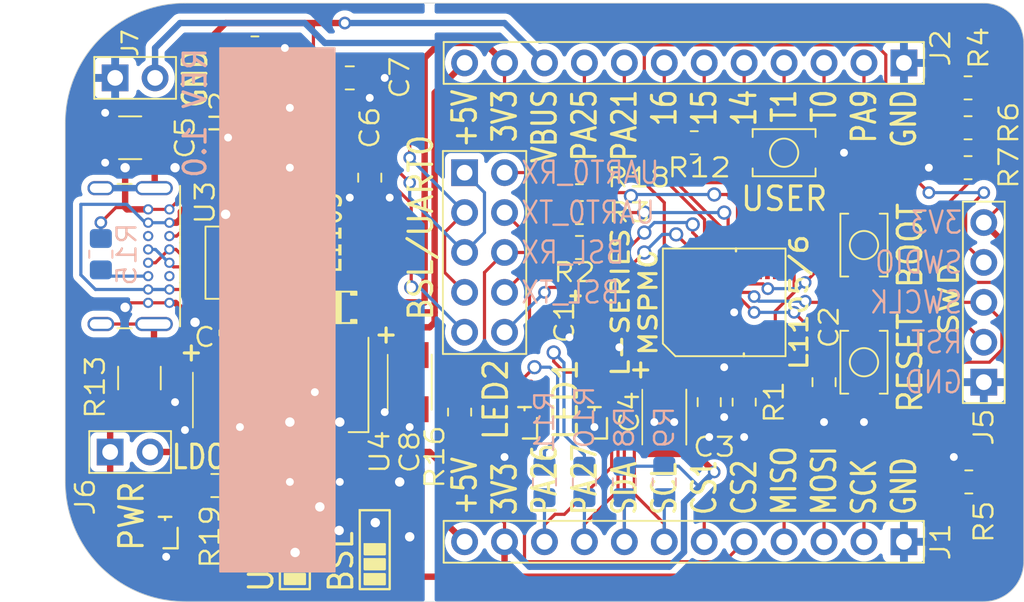
<source format=kicad_pcb>
(kicad_pcb (version 20241229) (generator "pcbnew") (generator_version "9.0")
  (layers (0 "F.Cu" signal) (2 "B.Cu" signal) (13 "F.Paste" user) (15 "B.Paste" user) (5 "F.SilkS" user "F.Silkscreen") (7 "B.SilkS" user "B.Silkscreen") (1 "F.Mask" user) (3 "B.Mask" user) (25 "Edge.Cuts" user))
  (net 0 "")
  (net 1 "0V")
  (net 2 "Net-(U1-VCORE)")
  (net 3 "/*RST")
  (net 4 "+3.3V")
  (net 5 "VBUS")
  (net 6 "Net-(U2-V3)")
  (net 7 "+5V")
  (net 8 "Net-(D1-A)")
  (net 9 "Net-(D2-A)")
  (net 10 "Net-(D4-A)")
  (net 11 "/SWDIO")
  (net 12 "/SWCLK")
  (net 13 "Net-(U2-D-)")
  (net 14 "Net-(U2-D+)")
  (net 15 "/BSL_TX")
  (net 16 "/UART0_RXD")
  (net 17 "/BSL_RX")
  (net 18 "/TXD")
  (net 19 "/RXD")
  (net 20 "/UART0_TXD")
  (net 21 "/SCL")
  (net 22 "/MOSI")
  (net 23 "/MISO")
  (net 24 "/SDA")
  (net 25 "/PA27")
  (net 26 "/CS2")
  (net 27 "/CS1")
  (net 28 "/PA26")
  (net 29 "/SCK")
  (net 30 "/TIMG4_C0")
  (net 31 "/PA15")
  (net 32 "/PA25")
  (net 33 "/PA9")
  (net 34 "/PA14")
  (net 35 "/PA16")
  (net 36 "/PA21")
  (net 37 "/TIMG4_C1")
  (net 38 "Net-(U1-ROSC{slash}PA2)")
  (net 39 "Net-(U1-TXD{slash}PA17)")
  (net 40 "Net-(U1-RXD{slash}BSL_INVOKE{slash}PA18{slash}A7)")
  (net 41 "Net-(R12-Pad1)")
  (net 47 "Net-(J4-CC1)")
  (net 48 "Net-(J4-CC2)")
  (net 50 "Net-(C5-Pad1)")
  (net 51 "Net-(J4-SHIELD-PadS2)")
  (net 52 "Net-(J6-Pin_2)")
  (net 53 "Net-(J3-Pin_9)")
  (net 54 "Earth")
  (footprint "Resistor_SMD:R_0805_2012Metric_Pad1.20x1.40mm_HandSolder" (layer "F.Cu") (at 113.3 57.4675)
    (property "Reference" "R6")
    (property "Value" "DNF")
  )
  (footprint "Resistor_SMD:R_1210_3225Metric_Pad1.30x2.65mm_HandSolder" (layer "F.Cu") (at 60.6 73.4 -90)
    (property "Reference" "R13")
    (property "Value" "1M")
  )
  (footprint "User_Global_Library:VSSOP28-DGS-TI" (layer "F.Cu") (at 97.79 68.58)
    (property "Reference" "U1")
    (property "Value" "MSPM0L1105TDGS28R")
  )
  (footprint "Capacitor_SMD:C_0805_2012Metric_Pad1.18x1.45mm_HandSolder" (layer "F.Cu") (at 75.2475 60.6425 90)
    (property "Reference" "C6")
    (property "Value" "100n")
  )
  (footprint "Capacitor_SMD:C_1210_3225Metric_Pad1.33x2.70mm_HandSolder" (layer "F.Cu") (at 60.0075 58.1025 180)
    (property "Reference" "C5")
    (property "Value" "10n")
  )
  (footprint "User_Global_Library:Tact-SW-4x3mm-body" (layer "F.Cu") (at 101.6 59.055 180)
    (property "Reference" "SW3")
    (property "Value" "USER_PA16")
  )
  (footprint "User_Global_Library:D_SOD-123-pins12" (layer "F.Cu") (at 72.405 68.8975 180)
    (property "Reference" "D3")
    (property "Value" "1N4001W")
  )
  (footprint "User_Global_Library:LED_0603_or_0805" (layer "F.Cu") (at 85.09 75.2475 90)
    (property "Reference" "D2")
    (property "Value" "PA26")
  )
  (footprint "User_Global_Library:PinHeader_1x12_P2.54mm_Vertical" (layer "F.Cu") (at 109.22 83.82 -90)
    (property "Reference" "J1")
    (property "Value" "IO_A")
  )
  (footprint "User_Global_Library:PinHeader_2x5" (layer "F.Cu") (at 81.28 60.325)
    (property "Reference" "J3")
    (property "Value" "UART-SELECT")
  )
  (footprint "Resistor_SMD:R_0805_2012Metric_Pad1.20x1.40mm_HandSolder" (layer "F.Cu") (at 88.5825 65.0875)
    (property "Reference" "R2")
    (property "Value" "100R")
  )
  (footprint "User_Global_Library:SOT23-6" (layer "F.Cu") (at 66.4 66.055 -90)
    (property "Reference" "U3")
    (property "Value" "SRV05-4")
  )
  (footprint "User_Global_Library:LED_0603_or_0805" (layer "F.Cu") (at 62.23 82.2325 90)
    (property "Reference" "D4")
    (property "Value" "PWR")
  )
  (footprint "User_Global_Library:USB_C_Receptacle_GCT_USB4085_improved" (layer "F.Cu") (at 62.505 62.66 -90)
    (property "Reference" "J4")
    (property "Value" "USB_C_Receptacle_USB4085")
  )
  (footprint "Capacitor_SMD:C_0805_2012Metric_Pad1.18x1.45mm_HandSolder" (layer "F.Cu") (at 73.9775 54.2925)
    (property "Reference" "C7")
    (property "Value" "100n")
  )
  (footprint "Resistor_SMD:R_0805_2012Metric_Pad1.20x1.40mm_HandSolder" (layer "F.Cu") (at 113.3 60.0075)
    (property "Reference" "R7")
    (property "Value" "DNF")
  )
  (footprint "Resistor_SMD:R_0805_2012Metric_Pad1.20x1.40mm_HandSolder" (layer "F.Cu") (at 99.06 74.93 -90)
    (property "Reference" "R1")
    (property "Value" "100k 0.1%")
  )
  (footprint "Resistor_SMD:R_0805_2012Metric_Pad1.20x1.40mm_HandSolder" (layer "F.Cu") (at 113.3475 80.01 180)
    (property "Reference" "R5")
    (property "Value" "100k")
  )
  (footprint "Resistor_SMD:R_0805_2012Metric_Pad1.20x1.40mm_HandSolder" (layer "F.Cu") (at 80.9625 75.565 90)
    (property "Reference" "R16")
    (property "Value" "10k")
  )
  (footprint "Capacitor_SMD:C_0805_2012Metric_Pad1.18x1.45mm_HandSolder" (layer "F.Cu") (at 104.14 73.66 -90)
    (property "Reference" "C2")
    (property "Value" "10n")
  )
  (footprint "User_Global_Library:Cap-Tant-CaseB" (layer "F.Cu") (at 65.4 74.8 -90)
    (property "Reference" "C9")
    (property "Value" "10u" (hide yes))
  )
  (footprint "User_Global_Library:Cap-Tant-CaseB" (layer "F.Cu") (at 77.7875 73.66 -90)
    (property "Reference" "C8")
    (property "Value" "10u" (hide yes))
  )
  (footprint "User_Global_Library:Cap-Tant-T491A" (layer "F.Cu") (at 89.535 70.1675 -90)
    (property "Reference" "C1")
    (property "Value" "0.47u" (hide yes))
  )
  (footprint "User_Global_Library:SSOP-10-1EP_CH340K" (layer "F.Cu") (at 70.1675 58.1025)
    (property "Reference" "U2")
    (property "Value" "CH340K")
  )
  (footprint "Resistor_SMD:R_0805_2012Metric_Pad1.20x1.40mm_HandSolder" (layer "F.Cu") (at 65.395 80.24 180)
    (property "Reference" "R19")
    (property "Value" "470R")
  )
  (footprint "User_Global_Library:Cap-Tant-CaseB" (layer "F.Cu") (at 93.98 75.8825 -90)
    (property "Reference" "C4")
    (property "Value" "10u" (hide yes))
  )
  (footprint "User_Global_Library:PinHeader_1x05_P2.54mm_Vertical" (layer "F.Cu") (at 114.3 73.66 180)
    (property "Reference" "J5")
    (property "Value" "SWD")
  )
  (footprint "User_Global_Library:Tact-SW-4x3mm-body" (layer "F.Cu") (at 106.68 64.935 -90)
    (property "Reference" "SW2")
    (property "Value" "BSL_BOOT")
  )
  (footprint "Resistor_SMD:R_0805_2012Metric_Pad1.20x1.40mm_HandSolder" (layer "F.Cu") (at 88.5825 60.325 180)
    (property "Reference" "R18")
    (property "Value" "10k")
  )
  (footprint "User_Global_Library:PinHeader_1x02_P2.54mm_Vertical" (layer "F.Cu") (at 58.7375 78.105 90)
    (property "Reference" "J6")
    (property "Value" "LDO_JUMPER")
  )
  (footprint "User_Global_Library:SOT-223" (layer "F.Cu") (at 71.755 74.93 -90)
    (property "Reference" "U4")
    (property "Value" "MIC5209-3.3YS")
  )
  (footprint "Capacitor_SMD:C_0805_2012Metric_Pad1.18x1.45mm_HandSolder" (layer "F.Cu") (at 96.8375 74.93 -90)
    (property "Reference" "C3")
    (property "Value" "100n")
  )
  (footprint "User_Global_Library:Tact-SW-4x3mm-body" (layer "F.Cu") (at 106.68 72.39 90)
    (property "Reference" "SW1")
    (property "Value" "RESET")
  )
  (footprint "User_Global_Library:LED_0603_or_0805" (layer "F.Cu") (at 89.535 75.2475 90)
    (property "Reference" "D1")
    (property "Value" "PA27")
  )
  (footprint "Resistor_SMD:R_0805_2012Metric_Pad1.20x1.40mm_HandSolder" (layer "F.Cu") (at 113.3 54.9275)
    (property "Reference" "R4")
    (property "Value" "100k")
  )
  (footprint "User_Global_Library:PinHeader_1x12_P2.54mm_Vertical" (layer "F.Cu") (at 109.22 53.34 -90)
    (property "Reference" "J2")
    (property "Value" "IO_B")
  )
  (footprint "User_Global_Library:PinHeader_1x02_P2.54mm_Vertical" (layer "F.Cu") (at 59.055 54.2925 90)
    (property "Reference" "J7")
    (property "Value" "GND_JUMPER")
  )
  (footprint "Resistor_SMD:R_0805_2012Metric_Pad1.20x1.40mm_HandSolder" (layer "F.Cu") (at 88.5825 62.865)
    (property "Reference" "R3")
    (property "Value" "100R")
  )
  (footprint "Resistor_SMD:R_0805_2012Metric_Pad1.20x1.40mm_HandSolder" (layer "F.Cu") (at 67.945 52.3875)
    (property "Reference" "R14")
    (property "Value" "5.1k")
  )
  (footprint "Resistor_SMD:R_0805_2012Metric_Pad1.20x1.40mm_HandSolder" (layer "F.Cu") (at 95.885 58.42 180)
    (property "Reference" "R12")
    (property "Value" "100R")
  )
  (footprint "Resistor_SMD:R_0805_2012Metric_Pad1.20x1.40mm_HandSolder" (layer "B.Cu") (at 91.44 80.01 -90)
    (property "Reference" "R8")
    (property "Value" "10k")
  )
  (footprint "Resistor_SMD:R_0805_2012Metric_Pad1.20x1.40mm_HandSolder" (layer "B.Cu") (at 88.9 80.01 90)
    (property "Reference" "R10")
    (property "Value" "470R")
  )
  (footprint "Resistor_SMD:R_0805_2012Metric_Pad1.20x1.40mm_HandSolder" (layer "B.Cu") (at 58.145 65.515 90)
    (property "Reference" "R15")
    (property "Value" "5.1k")
  )
  (footprint "Resistor_SMD:R_0805_2012Metric_Pad1.20x1.40mm_HandSolder" (layer "B.Cu") (at 93.98 80.01 -90)
    (property "Reference" "R9")
    (property "Value" "10k")
  )
  (footprint "Resistor_SMD:R_0805_2012Metric_Pad1.20x1.40mm_HandSolder" (layer "B.Cu") (at 86.36 80.01 90)
    (property "Reference" "R11")
    (property "Value" "470R")
  )
  (gr_rect (start 74.6125 81.80875) (end 76.5175 86.83625) (stroke (width 0.15)) (fill no) (layer "F.SilkS"))
  (gr_rect (start 74.93 85.88375) (end 76.2 86.51875) (stroke (width 0.15)) (fill yes) (layer "F.SilkS"))
  (gr_rect (start 69.85 85.87) (end 71.12 86.505) (stroke (width 0.15)) (fill yes) (layer "F.SilkS"))
  (gr_rect (start 69.85 83.02625) (end 71.12 83.66125) (stroke (width 0.15)) (fill yes) (layer "F.SilkS"))
  (gr_rect (start 74.93 84.93125) (end 76.2 85.56625) (stroke (width 0.15)) (fill yes) (layer "F.SilkS"))
  (gr_rect (start 74.93 83.97875) (end 76.2 84.61375) (stroke (width 0.15)) (fill yes) (layer "F.SilkS"))
  (gr_rect (start 69.5325 81.80875) (end 71.4375 86.83625) (stroke (width 0.15)) (fill no) (layer "F.SilkS"))
  (gr_rect (start 69.85 82.07375) (end 71.12 82.70875) (stroke (width 0.15)) (fill yes) (layer "F.SilkS"))
  (gr_rect (start 65.7225 52.3875) (end 73.025 85.725) (stroke (width 0.1)) (fill yes) (layer "B.SilkS"))
  (gr_arc (start 116.84 85.09) (mid 116.096051 86.886051) (end 114.3 87.63) (stroke (width 0.05)) (layer "Edge.Cuts"))
  (gr_arc (start 55.88 57.15) (mid 58.111846 51.761846) (end 63.5 49.53) (stroke (width 0.05)) (layer "Edge.Cuts"))
  (gr_line (start 116.84 52.07) (end 116.84 85.09) (stroke (width 0.05)) (layer "Edge.Cuts"))
  (gr_arc (start 114.3 49.53) (mid 116.096051 50.273949) (end 116.84 52.07) (stroke (width 0.05)) (layer "Edge.Cuts"))
  (gr_line (start 55.88 57.15) (end 55.88 80.01) (stroke (width 0.05)) (layer "Edge.Cuts"))
  (gr_line (start 63.5 49.53) (end 114.3 49.53) (stroke (width 0.05)) (layer "Edge.Cuts"))
  (gr_arc (start 63.5 87.63) (mid 58.111846 85.398154) (end 55.88 80.01) (stroke (width 0.05)) (layer "Edge.Cuts"))
  (gr_line (start 114.3 87.63) (end 63.5 87.63) (stroke (width 0.05)) (layer "Edge.Cuts"))
  (gr_text "3V3" (at 83.82 54.9275 90) (layer "F.SilkS") (effects (font (size 1.5 1.2) (thickness 0.2) (bold yes)) (justify right)))
  (gr_text "Easy" (at 69.9 64.4 90) (layer "F.SilkS") (effects (font (size 2 1.4) (thickness 0.1))))
  (gr_text "16" (at 93.98 54.9275 90) (layer "F.SilkS") (effects (font (size 1.5 1.2) (thickness 0.2) (bold yes)) (justify right)))
  (gr_text "CS2" (at 99.06 82.2325 90) (layer "F.SilkS") (effects (font (size 1.5 1.2) (thickness 0.2) (bold yes)) (justify left)))
  (gr_text "PA27" (at 88.9 82.2325 90) (layer "F.SilkS") (effects (font (size 1.5 1.2) (thickness 0.2) (bold yes)) (justify left)))
  (gr_text "GND" (at 109.22 82.2325 90) (layer "F.SilkS") (effects (font (size 1.5 1.2) (thickness 0.2) (bold yes)) (justify left)))
  (gr_text "PA21" (at 91.44 54.9275 90) (layer "F.SilkS") (effects (font (size 1.5 1.2) (thickness 0.2) (bold yes)) (justify right)))
  (gr_text "PA26" (at 86.36 82.2325 90) (layer "F.SilkS") (effects (font (size 1.5 1.2) (thickness 0.2) (bold yes)) (justify left)))
  (gr_text "T0" (at 104.14 54.9275 90) (layer "F.SilkS") (effects (font (size 1.5 1.2) (thickness 0.2) (bold yes)) (justify right)))
  (gr_text "USER" (at 98.7425 62.865 0) (layer "F.SilkS") (effects (font (size 1.5 1.4) (thickness 0.2) (bold yes)) (justify left bottom)))
  (gr_text "L1105/6" (at 102.5525 68.58 90) (layer "F.SilkS") (effects (font (size 1.1 1.3) (thickness 0.2) (bold yes))))
  (gr_text "UART0" (at 69.215 87.15375 90) (layer "F.SilkS") (effects (font (size 1.5 1.4) (thickness 0.2) (bold yes)) (justify left bottom)))
  (gr_text "SCK" (at 106.68 82.2325 90) (layer "F.SilkS") (effects (font (size 1.5 1.2) (thickness 0.2) (bold yes)) (justify left)))
  (gr_text "L1105" (at 72.7075 64.135 90) (layer "F.SilkS") (effects (font (size 1.8 1.2) (thickness 0.1))))
  (gr_text "GND" (at 109.22 54.9275 90) (layer "F.SilkS") (effects (font (size 1.5 1.2) (thickness 0.2) (bold yes)) (justify right)))
  (gr_text "LED2" (at 84.1375 77.47 90) (layer "F.SilkS") (effects (font (size 1.5 1.4) (thickness 0.2) (bold yes)) (justify left bottom)))
  (gr_text "GND" (at 64.135 52.3875 90) (layer "F.SilkS") (effects (font (size 1.5 1.2) (thickness 0.2) (bold yes)) (justify right)))
  (gr_text "LED1" (at 88.5825 77.47 90) (layer "F.SilkS") (effects (font (size 1.5 1.4) (thickness 0.2) (bold yes)) (justify left bottom)))
  (gr_text "MOSI" (at 104.14 82.2325 90) (layer "F.SilkS") (effects (font (size 1.5 1.2) (thickness 0.2) (bold yes)) (justify left)))
  (gr_text "15" (at 96.52 54.9275 90) (layer "F.SilkS") (effects (font (size 1.5 1.2) (thickness 0.2) (bold yes)) (justify right)))
  (gr_text "+5V" (at 81.28 54.9275 90) (layer "F.SilkS") (effects (font (size 1.5 1.2) (thickness 0.2) (bold yes)) (justify right)))
  (gr_text "CS1" (at 96.52 82.2325 90) (layer "F.SilkS") (effects (font (size 1.5 1.2) (thickness 0.2) (bold yes)) (justify left)))
  (gr_text "RESET" (at 110.49 75.73 90) (layer "F.SilkS") (effects (font (size 1.5 1.4) (thickness 0.2) (bold yes)) (justify left bottom)))
  (gr_text "T1" (at 101.6 54.9275 90) (layer "F.SilkS") (effects (font (size 1.5 1.2) (thickness 0.2) (bold yes)) (justify right)))
  (gr_text "BOOT" (at 110.49 67.7925 90) (layer "F.SilkS") (effects (font (size 1.5 1.4) (thickness 0.2) (bold yes)) (justify left bottom)))
  (gr_text "+5V" (at 81.28 82.2325 90) (layer "F.SilkS") (effects (font (size 1.5 1.2) (thickness 0.2) (bold yes)) (justify left)))
  (gr_text "MISO" (at 101.6 82.2325 90) (layer "F.SilkS") (effects (font (size 1.5 1.2) (thickness 0.2) (bold yes)) (justify left)))
  (gr_text "L-SERIES\nMSPM0" (at 92.075 68.58 90) (layer "F.SilkS") (effects (font (size 1.1 1.3) (thickness 0.2) (bold yes))))
  (gr_text "BSL/UART0" (at 79.375 69.85 90) (layer "F.SilkS") (effects (font (size 1.5 1.4) (thickness 0.2) (bold yes)) (justify left bottom)))
  (gr_text "VBUS" (at 86.36 54.9275 90) (layer "F.SilkS") (effects (font (size 1.5 1.2) (thickness 0.2) (bold yes)) (justify right)))
  (gr_text "PWR" (at 60.97 84.52 90) (layer "F.SilkS") (effects (font (size 1.5 1.4) (thickness 0.2) (bold yes)) (justify left bottom)))
  (gr_text "SWD" (at 112.0775 70.8025 90) (layer "F.SilkS") (effects (font (size 1.2 1.5) (thickness 0.2) (bold yes)) (justify left)))
  (gr_text "14" (at 99.06 54.9275 90) (layer "F.SilkS") (effects (font (size 1.5 1.2) (thickness 0.2) (bold yes)) (justify right)))
  (gr_text "SCL" (at 93.98 82.2325 90) (layer "F.SilkS") (effects (font (size 1.5 1.2) (thickness 0.2) (bold yes)) (justify left)))
  (gr_text "BSL" (at 74.295 87.15375 90) (layer "F.SilkS") (effects (font (size 1.5 1.4) (thickness 0.2) (bold yes)) (justify left bottom)))
  (gr_text "LDO" (at 62.5475 78.4225 0) (layer "F.SilkS") (effects (font (size 1.5 1.2) (thickness 0.2) (bold yes)) (justify left)))
  (gr_text "SDA" (at 91.44 82.2325 90) (layer "F.SilkS") (effects (font (size 1.5 1.2) (thickness 0.2) (bold yes)) (justify left)))
  (gr_text "PA9" (at 106.68 54.9275 90) (layer "F.SilkS") (effects (font (size 1.5 1.2) (thickness 0.2) (bold yes)) (justify right)))
  (gr_text "PA25" (at 88.9 54.9275 90) (layer "F.SilkS") (effects (font (size 1.5 1.2) (thickness 0.2) (bold yes)) (justify right)))
  (gr_text "3V3" (at 83.82 82.2325 90) (layer "F.SilkS") (effects (font (size 1.5 1.2) (thickness 0.2) (bold yes)) (justify left)))
  (gr_text "BSL_RX" (at 84.7725 65.405 0) (layer "B.SilkS") (effects (font (size 1.4 1.2)) (justify right mirror)))
  (gr_text "GND" (at 113.03 73.66 0) (layer "B.SilkS") (effects (font (size 1.4 1.2)) (justify left mirror)))
  (gr_text "REV 1.0" (at 64.135 56.515 90) (layer "B.SilkS") (effects (font (size 1.4 1.4) (thickness 0.2) (bold yes)) (justify mirror)))
  (gr_text "SWCLK" (at 113.03 68.58 0) (layer "B.SilkS") (effects (font (size 1.4 1.2)) (justify left mirror)))
  (gr_text "SWDIO" (at 113.03 66.04 0) (layer "B.SilkS") (effects (font (size 1.4 1.2)) (justify left mirror)))
  (gr_text "RST" (at 113.03 71.12 0) (layer "B.SilkS") (effects (font (size 1.4 1.2)) (justify left mirror)))
  (gr_text "BSL_TX" (at 84.7725 67.945 0) (layer "B.SilkS") (effects (font (size 1.4 1.2)) (justify right mirror)))
  (gr_text "UART0_RX" (at 84.7725 60.325 0) (layer "B.SilkS") (effects (font (size 1.4 1.2)) (justify right mirror)))
  (gr_text "UART0_TX" (at 84.7725 62.865 0) (layer "B.SilkS") (effects (font (size 1.4 1.2)) (justify right mirror)))
  (gr_text "3V3" (at 113.03 63.5 0) (layer "B.SilkS") (effects (font (size 1.4 1.2)) (justify left mirror)))
  (segment (start 97.79 75.8825) (end 96.9225 75.8825) (width 0.2032) (layer "F.Cu") (net 1))
  (segment (start 88.5825 71.4375) (end 89.495 71.4375) (width 0.2032) (layer "F.Cu") (net 1))
  (segment (start 89.575 71.4375) (end 89.535 71.4775) (width 0.2032) (layer "F.Cu") (net 1))
  (segment (start 94.16 78.105) (end 93.98 77.925) (width 0.2032) (layer "F.Cu") (net 1))
  (segment (start 98.425 69.215) (end 98.04 69.6) (width 0.2032) (layer "F.Cu") (net 1))
  (segment (start 99.06 77.1525) (end 99.06 75.93) (width 0.2032) (layer "F.Cu") (net 1))
  (segment (start 84.9925 76.615) (end 83.82 77.7875) (width 0.2032) (layer "F.Cu") (net 1))
  (segment (start 96.8375 77.1525) (end 96.8375 75.9675) (width 0.4064) (layer "F.Cu") (net 1))
  (segment (start 98.04 70.78) (end 98.04 72.4575) (width 0.2032) (layer "F.Cu") (net 1))
  (segment (start 110.8075 60.0075) (end 112.3 60.0075) (width 0.2032) (layer "F.Cu") (net 1))
  (segment (start 104.14 74.6975) (end 104.14 76.2) (width 0.2032) (layer "F.Cu") (net 1))
  (segment (start 106.68 74.765) (end 106.68 76.2) (width 0.2032) (layer "F.Cu") (net 1))
  (segment (start 98.04 72.4575) (end 97.79 72.7075) (width 0.2032) (layer "F.Cu") (net 1))
  (segment (start 94.615 76.9725) (end 93.98 77.6075) (width 0.4064) (layer "F.Cu") (net 1))
  (segment (start 89.495 71.4375) (end 89.535 71.4775) (width 0.2032) (layer "F.Cu") (net 1))
  (segment (start 112.395 79.9625) (end 112.3475 80.01) (width 0.2032) (layer "F.Cu") (net 1))
  (segment (start 96.7525 76.2) (end 96.52 75.9675) (width 0.2032) (layer "F.Cu") (net 1))
  (segment (start 85.09 76.615) (end 84.9925 76.615) (width 0.2032) (layer "F.Cu") (net 1))
  (segment (start 93.345 76.2) (end 93.345 76.9725) (width 0.4064) (layer "F.Cu") (net 1))
  (segment (start 89.315 76.835) (end 89.535 76.615) (width 0.2032) (layer "F.Cu") (net 1))
  (segment (start 94.615 76.2) (end 94.615 76.9725) (width 0.4064) (layer "F.Cu") (net 1))
  (segment (start 96.9225 75.8825) (end 96.8375 75.9675) (width 0.2032) (layer "F.Cu") (net 1))
  (segment (start 112.3475 60.055) (end 112.3 60.0075) (width 0.2032) (layer "F.Cu") (net 1))
  (segment (start 83.82 77.7875) (end 83.82 78.4225) (width 0.2032) (layer "F.Cu") (net 1))
  (segment (start 91.1225 71.4375) (end 89.575 71.4375) (width 0.2032) (layer "F.Cu") (net 1))
  (segment (start 105.41 59.055) (end 103.975 59.055) (width 0.2032) (layer "F.Cu") (net 1))
  (segment (start 87.9475 70.8025) (end 88.5825 71.4375) (width 0.2032) (layer "F.Cu") (net 1))
  (segment (start 112.395 78.4225) (end 112.395 79.9625) (width 0.2032) (layer "F.Cu") (net 1))
  (segment (start 93.345 76.9725) (end 93.98 77.6075) (width 0.4064) (layer "F.Cu") (net 1))
  (segment (start 98.04 69.6) (end 98.04 70.78) (width 0.2032) (layer "F.Cu") (net 1))
  (via (at 104.14 76.2) (size 0.8048) (drill 0.5) (layers "F.Cu" "B.Cu") (net 1))
  (via (at 98.425 69.215) (size 0.8048) (drill 0.5) (layers "F.Cu" "B.Cu") (net 1))
  (via (at 99.06 77.1525) (size 0.8048) (drill 0.5) (layers "F.Cu" "B.Cu") (net 1))
  (via (at 97.79 75.8825) (size 0.8048) (drill 0.5) (layers "F.Cu" "B.Cu") (net 1))
  (via (at 96.8375 77.1525) (size 0.8048) (drill 0.5) (layers "F.Cu" "B.Cu") (net 1))
  (via (at 83.82 78.4225) (size 0.8048) (drill 0.5) (layers "F.Cu" "B.Cu") (net 1))
  (via (at 106.68 76.2) (size 0.8048) (drill 0.5) (layers "F.Cu" "B.Cu") (net 1))
  (via (at 97.79 72.7075) (size 0.8048) (drill 0.5) (layers "F.Cu" "B.Cu") (net 1))
  (via (at 93.345 76.2) (size 0.8048) (drill 0.5) (layers "F.Cu" "B.Cu") (net 1))
  (via (at 94.615 76.2) (size 0.8048) (drill 0.5) (layers "F.Cu" "B.Cu") (net 1))
  (via (at 91.1225 71.4375) (size 0.8048) (drill 0.5) (layers "F.Cu" "B.Cu") (net 1))
  (via (at 110.8075 60.0075) (size 0.8048) (drill 0.5) (layers "F.Cu" "B.Cu") (net 1))
  (via (at 89.535 76.5175) (size 0.8048) (drill 0.5) (layers "F.Cu" "B.Cu") (net 1))
  (via (at 87.9475 70.8025) (size 0.8048) (drill 0.5) (layers "F.Cu" "B.Cu") (net 1))
  (via (at 112.395 78.4225) (size 0.8048) (drill 0.5) (layers "F.Cu" "B.Cu") (net 1))
  (via (at 105.41 59.055) (size 0.8048) (drill 0.5) (layers "F.Cu" "B.Cu") (net 1))
  (segment (start 63.1825 50.8) (end 71.12 50.8) (width 0.4064) (layer "B.Cu") (net 1))
  (segment (start 61.595 54.2925) (end 61.595 52.3875) (width 0.4064) (layer "B.Cu") (net 1))
  (segment (start 61.595 52.3875) (end 61.9125 52.07) (width 0.4064) (layer "B.Cu") (net 1))
  (segment (start 61.9125 52.07) (end 63.1825 50.8) (width 0.4064) (layer "B.Cu") (net 1))
  (segment (start 71.12 50.8) (end 72.39 52.07) (width 0.4064) (layer "B.Cu") (net 1))
  (segment (start 72.39 52.07) (end 79.6925 52.07) (width 0.4064) (layer "B.Cu") (net 1))
  (segment (start 92.3925 69.215) (end 92.035 68.8575) (width 0.2032) (layer "F.Cu") (net 2))
  (segment (start 95.54 69.505) (end 95.25 69.215) (width 0.2032) (layer "F.Cu") (net 2))
  (segment (start 92.035 68.8575) (end 89.535 68.8575) (width 0.2032) (layer "F.Cu") (net 2))
  (segment (start 95.25 69.215) (end 92.3925 69.215) (width 0.2032) (layer "F.Cu") (net 2))
  (segment (start 95.54 70.78) (end 95.54 69.505) (width 0.2032) (layer "F.Cu") (net 2))
  (segment (start 104.14 72.6225) (end 104.14 70.015) (width 0.2032) (layer "F.Cu") (net 3))
  (segment (start 86.6775 67.6275) (end 86.36 67.945) (width 0.2032) (layer "F.Cu") (net 3))
  (segment (start 97.04 69.215) (end 97.04 70.78) (width 0.2032) (layer "F.Cu") (net 3))
  (segment (start 113.195 70.015) (end 114.3 71.12) (width 0.2032) (layer "F.Cu") (net 3))
  (segment (start 99.695 69.215) (end 98.8292 68.3492) (width 0.2032) (layer "F.Cu") (net 3))
  (segment (start 106.68 70.015) (end 104.14 70.015) (width 0.2032) (layer "F.Cu") (net 3))
  (segment (start 106.68 70.015) (end 113.195 70.015) (width 0.2032) (layer "F.Cu") (net 3))
  (segment (start 97.04 69.0024) (end 96.01 67.9724) (width 0.2032) (layer "F.Cu") (net 3))
  (segment (start 92.4199 67.9724) (end 92.075 67.6275) (width 0.2032) (layer "F.Cu") (net 3))
  (segment (start 98.8292 68.3492) (end 97.3858 68.3492) (width 0.2032) (layer "F.Cu") (net 3))
  (segment (start 96.01 67.9724) (end 92.4199 67.9724) (width 0.2032) (layer "F.Cu") (net 3))
  (segment (start 96.8863 68.8487) (end 96.8863 69.0613) (width 0.2032) (layer "F.Cu") (net 3))
  (segment (start 104.14 70.015) (end 103.035 70.015) (width 0.2032) (layer "F.Cu") (net 3))
  (segment (start 96.8863 69.0613) (end 97.04 69.215) (width 0.2032) (layer "F.Cu") (net 3))
  (segment (start 92.075 67.6275) (end 86.6775 67.6275) (width 0.2032) (layer "F.Cu") (net 3))
  (segment (start 97.3858 68.3492) (end 96.8863 68.8487) (width 0.2032) (layer "F.Cu") (net 3))
  (segment (start 97.04 69.215) (end 97.04 69.0024) (width 0.2032) (layer "F.Cu") (net 3))
  (segment (start 103.035 70.015) (end 102.235 69.215) (width 0.2032) (layer "F.Cu") (net 3))
  (via (at 102.235 69.215) (size 0.8048) (drill 0.5) (layers "F.Cu" "B.Cu") (net 3))
  (via (at 99.695 69.215) (size 0.8048) (drill 0.5) (layers "F.Cu" "B.Cu") (net 3))
  (via (at 86.36 67.945) (size 0.8048) (drill 0.5) (layers "F.Cu" "B.Cu") (net 3))
  (segment (start 102.235 69.215) (end 99.695 69.215) (width 0.2032) (layer "B.Cu") (net 3))
  (segment (start 83.82 70.485) (end 86.36 67.945) (width 0.2032) (layer "B.Cu") (net 3))
  (segment (start 65.405 70.1675) (end 71.4375 70.1675) (width 0.4064) (layer "F.Cu") (net 4))
  (segment (start 80.9625 76.565) (end 80.9625 79.760419) (width 0.2032) (layer "F.Cu") (net 4))
  (segment (start 62.23 86.0425) (end 58.7375 82.55) (width 0.4064) (layer "F.Cu") (net 4))
  (segment (start 72.0725 67.945) (end 72.7075 67.31) (width 0.4064) (layer "F.Cu") (net 4))
  (segment (start 115.2026 55.8301) (end 114.3 54.9275) (width 0.2032) (layer "F.Cu") (net 4))
  (segment (start 113.03 86.0425) (end 83.82 86.0425) (width 0.4064) (layer "F.Cu") (net 4))
  (segment (start 112.3 56.9275) (end 114.3 54.9275) (width 0.2) (layer "F.Cu") (net 4))
  (segment (start 62.23 73.3425) (end 65.405 70.1675) (width 0.4064) (layer "F.Cu") (net 4))
  (segment (start 76.2 68.58) (end 78.74 68.58) (width 0.4064) (layer "F.Cu") (net 4))
  (segment (start 97.1024 71.8076) (end 97.4926 71.8076) (width 0.2032) (layer "F.Cu") (net 4))
  (segment (start 58.7375 82.55) (end 58.7375 78.105) (width 0.4064) (layer "F.Cu") (net 4))
  (segment (start 112.3 57.4675) (end 112.3 56.9275) (width 0.2) (layer "F.Cu") (net 4))
  (segment (start 89.5825 59.0825) (end 89.1 58.6) (width 0.2032) (layer "F.Cu") (net 4))
  (segment (start 97.4926 71.4174) (end 97.54 71.37) (width 0.2032) (layer "F.Cu") (net 4))
  (segment (start 97.155 79.375) (end 95.7083 77.9283) (width 0.4064) (layer "F.Cu") (net 4))
  (segment (start 58.7375 78.105) (end 58.7375 73.3425) (width 0.4064) (layer "F.Cu") (net 4))
  (segment (start 89.5825 60.325) (end 89.5825 59.0825) (width 0.2032) (layer "F.Cu") (net 4))
  (segment (start 87.4 58.6) (end 83.82 55.02) (width 0.2032) (layer "F.Cu") (net 4))
  (segment (start 83.82 82.617919) (end 83.82 83.82) (width 0.2032) (layer "F.Cu") (net 4))
  (segment (start 79.6925 52.07) (end 82.55 52.07) (width 0.4064) (layer "F.Cu") (net 4))
  (segment (start 114.6175 84.455) (end 113.03 86.0425) (width 0.4064) (layer "F.Cu") (net 4))
  (segment (start 80.9625 79.760419) (end 83.82 82.617919) (width 0.2032) (layer "F.Cu") (net 4))
  (segment (start 106.68 67.31) (end 115.8875 67.31) (width 0.2032) (layer "F.Cu") (net 4))
  (segment (start 97.4926 71.8076) (end 97.4926 71.4174) (width 0.2032) (layer "F.Cu") (net 4))
  (segment (start 115.2026 62.5974) (end 115.2026 55.8301) (width 0.2032) (layer "F.Cu") (net 4))
  (segment (start 95.5675 73.8925) (end 94.245 73.8925) (width 0.4064) (layer "F.Cu") (net 4))
  (segment (start 115.9584 83.1141) (end 114.6175 84.455) (width 0.4064) (layer "F.Cu") (net 4))
  (segment (start 83.82 55.02) (end 83.82 53.34) (width 0.2032) (layer "F.Cu") (net 4))
  (segment (start 58.7375 73.3425) (end 62.23 73.3425) (width 0.4064) (layer "F.Cu") (net 4))
  (segment (start 83.82 86.0425) (end 62.23 86.0425) (width 0.4064) (layer "F.Cu") (net 4))
  (segment (start 115.9584 65.1584) (end 115.9584 83.1141) (width 0.4064) (layer "F.Cu") (net 4))
  (segment (start 94.245 73.8925) (end 93.98 74.1575) (width 0.4064) (layer "F.Cu") (net 4))
  (segment (start 96.52 73.8925) (end 95.5675 73.8925) (width 0.4064) (layer "F.Cu") (net 4))
  (segment (start 89.1 58.6) (end 87.4 58.6) (width 0.2032) (layer "F.Cu") (net 4))
  (segment (start 96.52 73.8925) (end 96.52 72.39) (width 0.2032) (layer "F.Cu") (net 4))
  (segment (start 96.255 74.1575) (end 96.52 73.8925) (width 0.2032) (layer "F.Cu") (net 4))
  (segment (start 114.3 63.5) (end 115.9584 65.1584) (width 0.4064) (layer "F.Cu") (net 4))
  (segment (start 97.54 71.37) (end 97.54 70.78) (width 0.2032) (layer "F.Cu") (net 4))
  (segment (start 78.74 53.0225) (end 79.6925 52.07) (width 0.4064) (layer "F.Cu") (net 4))
  (segment (start 95.7083 77.9283) (end 95.7083 74.0333) (width 0.4064) (layer "F.Cu") (net 4))
  (segment (start 83.82 83.82) (end 83.82 86.0425) (width 0.4064) (layer "F.Cu") (net 4))
  (segment (start 71.4375 70.1675) (end 72.0725 69.5325) (width 0.4064) (layer "F.Cu") (net 4))
  (segment (start 72.0725 69.5325) (end 72.0725 67.945) (width 0.4064) (layer "F.Cu") (net 4))
  (segment (start 82.55 52.07) (end 83.82 53.34) (width 0.4064) (layer "F.Cu") (net 4))
  (segment (start 72.7075 67.31) (end 74.93 67.31) (width 0.4064) (layer "F.Cu") (net 4))
  (segment (start 74.93 67.31) (end 76.2 68.58) (width 0.4064) (layer "F.Cu") (net 4))
  (segment (start 95.7083 74.0333) (end 95.5675 73.8925) (width 0.4064) (layer "F.Cu") (net 4))
  (segment (start 96.52 72.39) (end 97.1024 71.8076) (width 0.2032) (layer "F.Cu") (net 4))
  (segment (start 78.74 68.58) (end 78.74 53.0225) (width 0.4064) (layer "F.Cu") (net 4))
  (segment (start 114.3 63.5) (end 115.2026 62.5974) (width 0.2032) (layer "F.Cu") (net 4))
  (via (at 97.155 79.375) (size 0.8048) (drill 0.5) (layers "F.Cu" "B.Cu") (net 4))
  (segment (start 94.2975 85.4075) (end 85.4075 85.4075) (width 0.4064) (layer "B.Cu") (net 4))
  (segment (start 94.885 79.01) (end 96.2025 80.3275) (width 0.2032) (layer "B.Cu") (net 4))
  (segment (start 95.2342 81.2958) (end 95.2342 84.4708) (width 0.4064) (layer "B.Cu") (net 4))
  (segment (start 96.2025 80.3275) (end 95.2342 81.2958) (width 0.4064) (layer "B.Cu") (net 4))
  (segment (start 97.155 79.375) (end 96.2025 80.3275) (width 0.4064) (layer "B.Cu") (net 4))
  (segment (start 95.2342 84.4708) (end 94.2975 85.4075) (width 0.4064) (layer "B.Cu") (net 4))
  (segment (start 93.98 79.01) (end 91.44 79.01) (width 0.2032) (layer "B.Cu") (net 4))
  (segment (start 93.98 79.01) (end 94.885 79.01) (width 0.2032) (layer "B.Cu") (net 4))
  (segment (start 85.4075 85.4075) (end 83.82 83.82) (width 0.4064) (layer "B.Cu") (net 4))
  (segment (start 66.4 67.405) (end 66.4 68.5525) (width 0.4064) (layer "F.Cu") (net 5))
  (segment (start 63.2342 63.240419) (end 63.2342 62.8133) (width 0.4064) (layer "F.Cu") (net 5))
  (segment (start 66.3575 68.595) (end 69.2 68.595) (width 0.4064) (layer "F.Cu") (net 5))
  (segment (start 69.215 68.58) (end 69.5325 68.8975) (width 0.4064) (layer "F.Cu") (net 5))
  (segment (start 66.4 68.5525) (end 66.3575 68.595) (width 0.4064) (layer "F.Cu") (net 5))
  (segment (start 64.135 61.9125) (end 64.135 52.749295) (width 0.4064) (layer "F.Cu") (net 5))
  (segment (start 75.2475 59.605) (end 74.745 59.1025) (width 0.4064) (layer "F.Cu") (net 5))
  (segment (start 71.755 50.8) (end 73.66 50.8) (width 0.4064) (layer "F.Cu") (net 5))
  (segment (start 72.805 59.1025) (end 71.967501 59.1025) (width 0.2032) (layer "F.Cu") (net 5))
  (segment (start 64.15 68.595) (end 66.3575 68.595) (width 0.4064) (layer "F.Cu") (net 5))
  (segment (start 63.2342 62.8133) (end 64.135 61.9125) (width 0.4064) (layer "F.Cu") (net 5))
  (segment (start 62.505 63.51) (end 62.964619 63.51) (width 0.4064) (layer "F.Cu") (net 5))
  (segment (start 64.135 52.749295) (end 66.084295 50.8) (width 0.4064) (layer "F.Cu") (net 5))
  (segment (start 74.745 59.1025) (end 72.805 59.1025) (width 0.4064) (layer "F.Cu") (net 5))
  (segment (start 69.2 68.595) (end 69.215 68.58) (width 0.4064) (layer "F.Cu") (net 5))
  (segment (start 66.084295 50.8) (end 71.755 50.8) (width 0.4064) (layer "F.Cu") (net 5))
  (segment (start 71.967501 59.1025) (end 71.6649 58.799899) (width 0.2032) (layer "F.Cu") (net 5))
  (segment (start 69.5325 68.8975) (end 70.655 68.8975) (width 0.4064) (layer "F.Cu") (net 5))
  (segment (start 71.6649 50.8901) (end 71.755 50.8) (width 0.2032) (layer "F.Cu") (net 5))
  (segment (start 62.964619 63.51) (end 63.2342 63.240419) (width 0.4064) (layer "F.Cu") (net 5))
  (segment (start 63.315 67.76) (end 64.15 68.595) (width 0.4064) (layer "F.Cu") (net 5))
  (segment (start 63.315 67.76) (end 62.505 67.76) (width 0.2032) (layer "F.Cu") (net 5))
  (segment (start 71.6649 58.799899) (end 71.6649 50.8901) (width 0.2032) (layer "F.Cu") (net 5))
  (via (at 73.66 50.8) (size 0.8048) (drill 0.5) (layers "F.Cu" "B.Cu") (net 5))
  (segment (start 61.155 67.76) (end 57.801578 67.76) (width 0.2032) (layer "B.Cu") (net 5))
  (segment (start 56.875 62.34) (end 59.8 62.34) (width 0.2032) (layer "B.Cu") (net 5))
  (segment (start 61.155 63.51) (end 62.505 63.51) (width 0.2032) (layer "B.Cu") (net 5))
  (segment (start 62.505 67.76) (end 61.117439 67.76) (width 0.2032) (layer "B.Cu") (net 5))
  (segment (start 57.801578 67.76) (end 56.875 66.833422) (width 0.2032) (layer "B.Cu") (net 5))
  (segment (start 61.155 67.76) (end 62.505 67.76) (width 0.2032) (layer "B.Cu") (net 5))
  (segment (start 60.97 63.51) (end 61.155 63.51) (width 0.2032) (layer "B.Cu") (net 5))
  (segment (start 59.8 62.34) (end 60.97 63.51) (width 0.2032) (layer "B.Cu") (net 5))
  (segment (start 73.66 50.8) (end 83.82 50.8) (width 0.4064) (layer "B.Cu") (net 5))
  (segment (start 56.875 66.833422) (end 56.875 62.34) (width 0.2032) (layer "B.Cu") (net 5))
  (segment (start 83.82 50.8) (end 86.36 53.34) (width 0.4064) (layer "B.Cu") (net 5))
  (segment (start 72.805 54.4275) (end 72.94 54.2925) (width 0.4064) (layer "F.Cu") (net 6))
  (segment (start 72.805 56.1025) (end 72.805 54.4275) (width 0.4064) (layer "F.Cu") (net 6))
  (segment (start 75.8825 69.215) (end 75.565 68.8975) (width 0.4064) (layer "F.Cu") (net 7))
  (segment (start 74.055 71.78) (end 75.565 71.78) (width 0.4064) (layer "F.Cu") (net 7))
  (segment (start 79.0575 78.105) (end 76.2 78.105) (width 0.4064) (layer "F.Cu") (net 7))
  (segment (start 75.3934 71.9516) (end 75.565 71.78) (width 0.4064) (layer "F.Cu") (net 7))
  (segment (start 80.01 79.0575) (end 79.0575 78.105) (width 0.4064) (layer "F.Cu") (net 7))
  (segment (start 79.375 68.58) (end 79.375 69.215) (width 0.4064) (layer "F.Cu") (net 7))
  (segment (start 78.4225 70.1675) (end 78.105 70.485) (width 0.4064) (layer "F.Cu") (net 7))
  (segment (start 75.3934 76.3459) (end 75.3934 71.9516) (width 0.4064) (layer "F.Cu") (net 7))
  (segment (start 75.8825 69.215) (end 79.375 69.215) (width 0.4064) (layer "F.Cu") (net 7))
  (segment (start 75.565 71.78) (end 77.6325 71.78) (width 0.4064) (layer "F.Cu") (net 7))
  (segment (start 78.105 70.485) (end 78.105 71.935) (width 0.4064) (layer "F.Cu") (net 7))
  (segment (start 79.375 69.85) (end 79.0575 70.1675) (width 0.4064) (layer "F.Cu") (net 7))
  (segment (start 80.01 82.55) (end 80.01 79.0575) (width 0.4064) (layer "F.Cu") (net 7))
  (segment (start 79.0575 70.1675) (end 78.4225 70.1675) (width 0.4064) (layer "F.Cu") (net 7))
  (segment (start 75.565 68.8975) (end 74.155 68.8975) (width 0.4064) (layer "F.Cu") (net 7))
  (segment (start 75.565 76.5175) (end 75.3934 76.3459) (width 0.4064) (layer "F.Cu") (net 7))
  (segment (start 79.375 55.245) (end 79.375 67.6275) (width 0.4064) (layer "F.Cu") (net 7))
  (segment (start 79.375 69.215) (end 79.375 69.85) (width 0.4064) (layer "F.Cu") (net 7))
  (segment (start 76.2 78.105) (end 75.565 77.47) (width 0.4064) (layer "F.Cu") (net 7))
  (segment (start 77.95 71.78) (end 78.105 71.935) (width 0.4064) (layer "F.Cu") (net 7))
  (segment (start 77.315 71.145) (end 78.105 71.935) (width 0.2032) (layer "F.Cu") (net 7))
  (segment (start 81.28 53.34) (end 79.375 55.245) (width 0.4064) (layer "F.Cu") (net 7))
  (segment (start 75.565 77.47) (end 75.565 76.5175) (width 0.4064) (layer "F.Cu") (net 7))
  (segment (start 79.375 67.6275) (end 79.375 68.58) (width 0.4064) (layer "F.Cu") (net 7))
  (segment (start 81.28 83.82) (end 80.01 82.55) (width 0.4064) (layer "F.Cu") (net 7))
  (segment (start 77.6325 71.78) (end 77.7875 71.935) (width 0.4064) (layer "F.Cu") (net 7))
  (segment (start 86.946827 71.771058) (end 86.946827 72.341827) (width 0.2032) (layer "F.Cu") (net 8))
  (segment (start 86.946827 72.341827) (end 87.63 73.025) (width 0.2032) (layer "F.Cu") (net 8))
  (segment (start 89.535 73.025) (end 89.535 74.515) (width 0.2032) (layer "F.Cu") (net 8))
  (segment (start 87.63 73.025) (end 89.535 73.025) (width 0.2032) (layer "F.Cu") (net 8))
  (via (at 86.946827 71.771058) (size 0.9048) (drill 0.6) (layers "F.Cu" "B.Cu") (net 8))
  (segment (start 87.6 77) (end 88.9 78.3) (width 0.2032) (layer "B.Cu") (net 8))
  (segment (start 86.946827 71.771058) (end 87.6 72.424231) (width 0.2032) (layer "B.Cu") (net 8))
  (segment (start 88.9 78.3) (end 88.9 79.01) (width 0.2032) (layer "B.Cu") (net 8))
  (segment (start 87.6 72.424231) (end 87.6 77) (width 0.2032) (layer "B.Cu") (net 8))
  (segment (start 85.725 72.7075) (end 85.09 73.3425) (width 0.2032) (layer "F.Cu") (net 9))
  (segment (start 85.09 73.3425) (end 85.09 74.515) (width 0.2032) (layer "F.Cu") (net 9))
  (via (at 85.725 72.7075) (size 0.9048) (drill 0.6) (layers "F.Cu" "B.Cu") (net 9))
  (segment (start 86.36 78.04) (end 86.36 79.01) (width 0.2032) (layer "B.Cu") (net 9))
  (segment (start 87.1958 77.2042) (end 86.36 78.04) (width 0.2032) (layer "B.Cu") (net 9))
  (segment (start 87.1958 73.1958) (end 87.1958 77.2042) (width 0.2032) (layer "B.Cu") (net 9))
  (segment (start 85.725 72.7075) (end 86.7075 72.7075) (width 0.2032) (layer "B.Cu") (net 9))
  (segment (start 86.7075 72.7075) (end 87.1958 73.1958) (width 0.2032) (layer "B.Cu") (net 9))
  (segment (start 63.4525 81.1825) (end 64.395 80.24) (width 0.2032) (layer "F.Cu") (net 10))
  (segment (start 62.23 81.1825) (end 63.4525 81.1825) (width 0.2032) (layer "F.Cu") (net 10))
  (segment (start 107.4324 52.1874) (end 93.2276 52.1874) (width 0.2032) (layer "F.Cu") (net 11))
  (segment (start 110.8075 61.595) (end 108.0674 58.8549) (width 0.2032) (layer "F.Cu") (net 11))
  (segment (start 114.3 66.04) (end 113.1474 64.8874) (width 0.2032) (layer "F.Cu") (net 11))
  (segment (start 97.54 63.733642) (end 97.54 66.38) (width 0.2032) (layer "F.Cu") (net 11))
  (segment (start 113.1474 64.8874) (end 113.1474 62.7476) (width 0.2032) (layer "F.Cu") (net 11))
  (segment (start 108.0674 52.8224) (end 107.4324 52.1874) (width 0.2032) (layer "F.Cu") (net 11))
  (segment (start 92.71 58.903642) (end 97.54 63.733642) (width 0.2032) (layer "F.Cu") (net 11))
  (segment (start 93.2276 52.1874) (end 92.71 52.705) (width 0.2032) (layer "F.Cu") (net 11))
  (segment (start 108.0949 54.9275) (end 108.0674 54.9) (width 0.2032) (layer "F.Cu") (net 11))
  (segment (start 108.0674 54.9) (end 108.0674 52.8224) (width 0.2032) (layer "F.Cu") (net 11))
  (segment (start 92.71 52.705) (end 92.71 58.903642) (width 0.2032) (layer "F.Cu") (net 11))
  (segment (start 113.1474 62.7476) (end 114.3 61.595) (width 0.2032) (layer "F.Cu") (net 11))
  (segment (start 108.0674 58.8549) (end 108.0674 54.9) (width 0.2032) (layer "F.Cu") (net 11))
  (segment (start 112.3 54.9275) (end 108.0949 54.9275) (width 0.2032) (layer "F.Cu") (net 11))
  (via (at 114.3 61.595) (size 0.8048) (drill 0.5) (layers "F.Cu" "B.Cu") (net 11))
  (via (at 110.8075 61.595) (size 0.8048) (drill 0.5) (layers "F.Cu" "B.Cu") (net 11))
  (segment (start 114.3 61.595) (end 110.8075 61.595) (width 0.2032) (layer "B.Cu") (net 11))
  (segment (start 103.021006 68.58) (end 102.945503 68.504497) (width 0.2032) (layer "F.Cu") (net 12))
  (segment (start 112.7125 72.39) (end 112.395 72.7075) (width 0.2032) (layer "F.Cu") (net 12))
  (segment (start 112.395 72.7075) (end 112.395 76.835) (width 0.2032) (layer "F.Cu") (net 12))
  (segment (start 97.6248 67.945) (end 99.429803 67.945) (width 0.2032) (layer "F.Cu") (net 12))
  (segment (start 114.3 68.58) (end 103.021006 68.58) (width 0.2032) (layer "F.Cu") (net 12))
  (segment (start 112.395 76.835) (end 114.3475 78.7875) (width 0.2032) (layer "F.Cu") (net 12))
  (segment (start 97.04 66.38) (end 97.04 67.3602) (width 0.2032) (layer "F.Cu") (net 12))
  (segment (start 99.429803 67.945) (end 99.695 68.210197) (width 0.2032) (layer "F.Cu") (net 12))
  (segment (start 97.04 67.3602) (end 97.6248 67.945) (width 0.2032) (layer "F.Cu") (net 12))
  (segment (start 114.3 68.58) (end 115.4526 69.7326) (width 0.2032) (layer "F.Cu") (net 12))
  (segment (start 115.4526 69.7326) (end 115.4526 71.597423) (width 0.2032) (layer "F.Cu") (net 12))
  (segment (start 115.4526 71.597423) (end 114.660023 72.39) (width 0.2032) (layer "F.Cu") (net 12))
  (segment (start 114.3475 78.7875) (end 114.3475 80.01) (width 0.2032) (layer "F.Cu") (net 12))
  (segment (start 114.660023 72.39) (end 112.7125 72.39) (width 0.2032) (layer "F.Cu") (net 12))
  (via (at 102.945503 68.504497) (size 0.8048) (drill 0.5) (layers "F.Cu" "B.Cu") (net 12))
  (via (at 99.695 68.210197) (size 0.8048) (drill 0.5) (layers "F.Cu" "B.Cu") (net 12))
  (segment (start 99.9893 68.504497) (end 102.945503 68.504497) (width 0.2032) (layer "B.Cu") (net 12))
  (segment (start 99.695 68.210197) (end 99.9893 68.504497) (width 0.2032) (layer "B.Cu") (net 12))
  (segment (start 68.1 63.228374) (end 65.5126 60.640974) (width 0.2032) (layer "F.Cu") (net 13))
  (segment (start 67.35 66.4218) (end 67.35 67.405) (width 0.2032) (layer "F.Cu") (net 13))
  (segment (start 65.5126 57.819129) (end 66.229229 57.1025) (width 0.2032) (layer "F.Cu") (net 13))
  (segment (start 68.1 66.655) (end 68.1 63.228374) (width 0.2032) (layer "F.Cu") (net 13))
  (segment (start 66.229229 57.1025) (end 67.53 57.1025) (width 0.2032) (layer "F.Cu") (net 13))
  (segment (start 62.505 66.06) (end 62.7674 66.3224) (width 0.2032) (layer "F.Cu") (net 13))
  (segment (start 67.2506 66.3224) (end 67.35 66.4218) (width 0.2032) (layer "F.Cu") (net 13))
  (segment (start 65.5126 60.640974) (end 65.5126 57.819129) (width 0.2032) (layer "F.Cu") (net 13))
  (segment (start 62.7674 66.3224) (end 67.2506 66.3224) (width 0.2032) (layer "F.Cu") (net 13))
  (segment (start 67.35 67.405) (end 68.1 66.655) (width 0.2032) (layer "F.Cu") (net 13))
  (segment (start 62.467439 66.06) (end 62.505 66.06) (width 0.2032) (layer "B.Cu") (net 13))
  (segment (start 61.617439 65.21) (end 62.467439 66.06) (width 0.2032) (layer "B.Cu") (net 13))
  (segment (start 61.155 65.21) (end 61.617439 65.21) (width 0.2032) (layer "B.Cu") (net 13))
  (segment (start 61.617439 66.06) (end 62.467439 65.21) (width 0.2032) (layer "F.Cu") (net 14))
  (segment (start 67.365 64.705) (end 67.365 63.065) (width 0.2032) (layer "F.Cu") (net 14))
  (segment (start 65.1084 57.1291) (end 66.135 56.1025) (width 0.2032) (layer "F.Cu") (net 14))
  (segment (start 67.2656 65.7876) (end 67.365 65.6882) (width 0.2032) (layer "F.Cu") (net 14))
  (segment (start 65.1084 60.8084) (end 65.1084 57.1291) (width 0.2032) (layer "F.Cu") (net 14))
  (segment (start 62.505 65.21) (end 62.92 65.21) (width 0.2032) (layer "F.Cu") (net 14))
  (segment (start 61.155 66.06) (end 61.617439 66.06) (width 0.2032) (layer "F.Cu") (net 14))
  (segment (start 63.4976 65.7876) (end 67.2656 65.7876) (width 0.2032) (layer "F.Cu") (net 14))
  (segment (start 62.92 65.21) (end 63.4976 65.7876) (width 0.2032) (layer "F.Cu") (net 14))
  (segment (start 62.467439 65.21) (end 62.505 65.21) (width 0.2032) (layer "F.Cu") (net 14))
  (segment (start 66.135 56.1025) (end 67.53 56.1025) (width 0.2032) (layer "F.Cu") (net 14))
  (segment (start 67.365 65.6882) (end 67.365 64.705) (width 0.2032) (layer "F.Cu") (net 14))
  (segment (start 67.365 63.065) (end 65.1084 60.8084) (width 0.2032) (layer "F.Cu") (net 14))
  (segment (start 91.44 66.675) (end 92.71 65.405) (width 0.2032) (layer "F.Cu") (net 15))
  (segment (start 85.08 66.675) (end 83.815 67.94) (width 0.2032) (layer "F.Cu") (net 15))
  (segment (start 95.54 65.06) (end 95.54 66.38) (width 0.2032) (layer "F.Cu") (net 15))
  (segment (start 94.734 64.254) (end 95.54 65.06) (width 0.2032) (layer "F.Cu") (net 15))
  (segment (start 91.44 66.675) (end 85.08 66.675) (width 0.2032) (layer "F.Cu") (net 15))
  (via (at 92.71 65.405) (size 0.9048) (drill 0.6) (layers "F.Cu" "B.Cu") (net 15))
  (via (at 94.734 64.254) (size 0.9048) (drill 0.6) (layers "F.Cu" "B.Cu") (net 15))
  (segment (start 93.861 64.254) (end 94.734 64.254) (width 0.2032) (layer "B.Cu") (net 15))
  (segment (start 92.71 65.405) (end 93.861 64.254) (width 0.2032) (layer "B.Cu") (net 15))
  (segment (start 87.27 60.32) (end 87.5825 60.0075) (width 0.2) (layer "F.Cu") (net 16))
  (segment (start 87.5825 62.865) (end 87.5825 60.325) (width 0.2) (layer "F.Cu") (net 16))
  (segment (start 87.5775 60.32) (end 87.5825 60.325) (width 0.2032) (layer "F.Cu") (net 16))
  (segment (start 83.815 60.32) (end 87.27 60.32) (width 0.2) (layer "F.Cu") (net 16))
  (segment (start 95.786 64.135) (end 96.04 64.389) (width 0.2032) (layer "F.Cu") (net 17))
  (segment (start 82.545 71.4425) (end 80.9625 73.025) (width 0.2032) (layer "F.Cu") (net 17))
  (segment (start 82.545 66.67) (end 82.545 71.4425) (width 0.2032) (layer "F.Cu") (net 17))
  (segment (start 82.555 66.67) (end 83.82 65.405) (width 0.2032) (layer "F.Cu") (net 17))
  (segment (start 82.545 66.67) (end 82.555 66.67) (width 0.2032) (layer "F.Cu") (net 17))
  (segment (start 86.35 66.25) (end 85.505 65.405) (width 0.2032) (layer "F.Cu") (net 17))
  (segment (start 80.9625 73.025) (end 80.9625 74.565) (width 0.2032) (layer "F.Cu") (net 17))
  (segment (start 96.04 64.389) (end 96.04 66.38) (width 0.2032) (layer "F.Cu") (net 17))
  (segment (start 85.505 65.405) (end 83.82 65.405) (width 0.2032) (layer "F.Cu") (net 17))
  (segment (start 92.71 64.135) (end 90.595 66.25) (width 0.2032) (layer "F.Cu") (net 17))
  (segment (start 90.595 66.25) (end 86.35 66.25) (width 0.2032) (layer "F.Cu") (net 17))
  (segment (start 95.786 63.619) (end 95.786 64.135) (width 0.2032) (layer "F.Cu") (net 17))
  (via (at 92.71 64.135) (size 0.9048) (drill 0.6) (layers "F.Cu" "B.Cu") (net 17))
  (via (at 95.786 63.619) (size 0.9048) (drill 0.6) (layers "F.Cu" "B.Cu") (net 17))
  (segment (start 92.71 64.135) (end 93.345 63.5) (width 0.2032) (layer "B.Cu") (net 17))
  (segment (start 95.667 63.5) (end 95.786 63.619) (width 0.2032) (layer "B.Cu") (net 17))
  (segment (start 93.345 63.5) (end 95.667 63.5) (width 0.2032) (layer "B.Cu") (net 17))
  (segment (start 77.105 57.1025) (end 77.7875 57.785) (width 0.2032) (layer "F.Cu") (net 18))
  (segment (start 80.01 64.125) (end 80.01 66.675) (width 0.2032) (layer "F.Cu") (net 18))
  (segment (start 80.01 66.675) (end 81.275 67.94) (width 0.2032) (layer "F.Cu") (net 18))
  (segment (start 72.805 57.1025) (end 77.105 57.1025) (width 0.2032) (layer "F.Cu") (net 18))
  (segment (start 81.275 62.86) (end 80.01 64.125) (width 0.2032) (layer "F.Cu") (net 18))
  (segment (start 77.7875 57.785) (end 77.7875 59.3725) (width 0.2032) (layer "F.Cu") (net 18))
  (via (at 77.7875 59.3725) (size 0.8048) (drill 0.5) (layers "F.Cu" "B.Cu") (net 18))
  (segment (start 77.7875 59.3725) (end 81.275 62.86) (width 0.2032) (layer "B.Cu") (net 18))
  (segment (start 72.805 58.1025) (end 76.5175 58.1025) (width 0.2032) (layer "F.Cu") (net 19))
  (segment (start 76.835 58.42) (end 76.835 60.0075) (width 0.2032) (layer "F.Cu") (net 19))
  (segment (start 76.5175 58.1025) (end 76.835 58.42) (width 0.2032) (layer "F.Cu") (net 19))
  (segment (start 76.835 60.0075) (end 77.7875 60.96) (width 0.2032) (layer "F.Cu") (net 19))
  (via (at 77.7875 60.96) (size 0.8048) (drill 0.5) (layers "F.Cu" "B.Cu") (net 19))
  (segment (start 77.7875 60.96) (end 77.7875 61.9125) (width 0.2032) (layer "B.Cu") (net 19))
  (segment (start 77.7875 61.9125) (end 81.28 65.405) (width 0.2032) (layer "B.Cu") (net 19))
  (segment (start 82.545 64.14) (end 81.28 65.405) (width 0.2032) (layer "B.Cu") (net 19))
  (segment (start 81.275 60.32) (end 82.545 61.59) (width 0.2032) (layer "B.Cu") (net 19))
  (segment (start 82.545 61.59) (end 82.545 64.14) (width 0.2032) (layer "B.Cu") (net 19))
  (segment (start 87.5825 65.0875) (end 86.0425 65.0875) (width 0.2032) (layer "F.Cu") (net 20))
  (segment (start 86.0425 65.0875) (end 83.815 62.86) (width 0.2032) (layer "F.Cu") (net 20))
  (segment (start 92.075 80.775) (end 93.98 82.68) (width 0.2032) (layer "F.Cu") (net 21))
  (segment (start 95.553451 72.39) (end 95.327449 72.616) (width 0.2032) (layer "F.Cu") (net 21))
  (segment (start 96.54 71.7602) (end 95.9102 72.39) (width 0.2032) (layer "F.Cu") (net 21))
  (segment (start 92.992253 72.616) (end 92.075 73.533253) (width 0.2032) (layer "F.Cu") (net 21))
  (segment (start 96.54 70.78) (end 96.54 71.7602) (width 0.2032) (layer "F.Cu") (net 21))
  (segment (start 95.327449 72.616) (end 92.992253 72.616) (width 0.2032) (layer "F.Cu") (net 21))
  (segment (start 93.98 82.68) (end 93.98 83.82) (width 0.2032) (layer "F.Cu") (net 21))
  (segment (start 92.075 73.533253) (end 92.075 80.775) (width 0.2032) (layer "F.Cu") (net 21))
  (segment (start 95.9102 72.39) (end 95.553451 72.39) (width 0.2032) (layer "F.Cu") (net 21))
  (segment (start 93.98 81.01) (end 93.98 83.82) (width 0.2032) (layer "B.Cu") (net 21))
  (segment (start 100.04 72.051578) (end 102.235 74.246578) (width 0.2032) (layer "F.Cu") (net 22))
  (segment (start 104.14 78.74) (end 104.14 83.82) (width 0.2032) (layer "F.Cu") (net 22))
  (segment (start 102.235 76.835) (end 104.14 78.74) (width 0.2032) (layer "F.Cu") (net 22))
  (segment (start 100.04 70.78) (end 100.04 72.051578) (width 0.2032) (layer "F.Cu") (net 22))
  (segment (start 102.235 74.246578) (end 102.235 76.835) (width 0.2032) (layer "F.Cu") (net 22))
  (segment (start 101.6 74.246578) (end 101.6 83.82) (width 0.2032) (layer "F.Cu") (net 23))
  (segment (start 99.54 70.78) (end 99.54 72.186578) (width 0.2032) (layer "F.Cu") (net 23))
  (segment (start 99.54 72.186578) (end 101.6 74.246578) (width 0.2032) (layer "F.Cu") (net 23))
  (segment (start 96.04 70.78) (end 96.04 71.6) (width 0.2032) (layer "F.Cu") (net 24))
  (segment (start 92.824827 72.2118) (end 91.44 73.596627) (width 0.2032) (layer "F.Cu") (net 24))
  (segment (start 91.44 73.596627) (end 91.44 83.82) (width 0.2032) (layer "F.Cu") (net 24))
  (segment (start 95.4442 71.927626) (end 95.160025 72.2118) (width 0.2032) (layer "F.Cu") (net 24))
  (segment (start 96.04 71.6) (end 95.9926 71.6474) (width 0.2032) (layer "F.Cu") (net 24))
  (segment (start 95.920974 71.8076) (end 95.4442 71.8076) (width 0.2032) (layer "F.Cu") (net 24))
  (segment (start 95.9926 71.6474) (end 95.9926 71.735974) (width 0.2032) (layer "F.Cu") (net 24))
  (segment (start 95.9926 71.735974) (end 95.920974 71.8076) (width 0.2032) (layer "F.Cu") (net 24))
  (segment (start 95.160025 72.2118) (end 92.824827 72.2118) (width 0.2032) (layer "F.Cu") (net 24))
  (segment (start 95.4442 71.8076) (end 95.4442 71.927626) (width 0.2032) (layer "F.Cu") (net 24))
  (segment (start 91.44 81.01) (end 91.44 83.82) (width 0.2032) (layer "B.Cu") (net 24))
  (segment (start 95.04 71.7602) (end 94.9926 71.8076) (width 0.2032) (layer "F.Cu") (net 25))
  (segment (start 92.657401 71.8076) (end 91.0358 73.429201) (width 0.2032) (layer "F.Cu") (net 25))
  (segment (start 91.0358 73.429201) (end 91.0358 80.5642) (width 0.2032) (layer "F.Cu") (net 25))
  (segment (start 95.04 70.78) (end 95.04 71.7602) (width 0.2032) (layer "F.Cu") (net 25))
  (segment (start 88.9 82.7) (end 88.9 83.82) (width 0.2032) (layer "F.Cu") (net 25))
  (segment (start 91.0358 80.5642) (end 88.9 82.7) (width 0.2032) (layer "F.Cu") (net 25))
  (segment (start 94.9926 71.8076) (end 92.657401 71.8076) (width 0.2032) (layer "F.Cu") (net 25))
  (segment (start 88.9 81.01) (end 88.9 83.82) (width 0.2032) (layer "B.Cu") (net 25))
  (segment (start 94.832 67.5682) (end 95.04 67.3602) (width 0.2032) (layer "F.Cu") (net 26))
  (segment (start 97.79 85.09) (end 85.09 85.09) (width 0.2032) (layer "F.Cu") (net 26))
  (segment (start 85.6383 67.0792) (end 92.1617 67.0792) (width 0.2032) (layer "F.Cu") (net 26))
  (segment (start 85.09 85.09) (end 85.09 81.915) (width 0.2032) (layer "F.Cu") (net 26))
  (segment (start 85.4075 71.12) (end 85.4075 67.31) (width 0.2032) (layer "F.Cu") (net 26))
  (segment (start 85.4075 67.31) (end 85.6383 67.0792) (width 0.2032) (layer "F.Cu") (net 26))
  (segment (start 82.2325 79.0575) (end 82.2325 74.295) (width 0.2032) (layer "F.Cu") (net 26))
  (segment (start 95.04 67.3602) (end 95.04 66.38) (width 0.2032) (layer "F.Cu") (net 26))
  (segment (start 92.1617 67.0792) (end 92.6507 67.5682) (width 0.2032) (layer "F.Cu") (net 26))
  (segment (start 82.2325 74.295) (end 85.4075 71.12) (width 0.2032) (layer "F.Cu") (net 26))
  (segment (start 99.06 83.82) (end 97.79 85.09) (width 0.2032) (layer "F.Cu") (net 26))
  (segment (start 85.09 81.915) (end 82.2325 79.0575) (width 0.2032) (layer "F.Cu") (net 26))
  (segment (start 92.6507 67.5682) (end 94.832 67.5682) (width 0.2032) (layer "F.Cu") (net 26))
  (segment (start 96.52 81.28) (end 96.52 83.82) (width 0.2032) (layer "F.Cu") (net 27))
  (segment (start 99.04 72.258204) (end 100.965 74.183204) (width 0.2032) (layer "F.Cu") (net 27))
  (segment (start 99.04 70.78) (end 99.04 72.258204) (width 0.2032) (layer "F.Cu") (net 27))
  (segment (start 100.965 74.183204) (end 100.965 76.835) (width 0.2032) (layer "F.Cu") (net 27))
  (segment (start 100.965 76.835) (end 96.52 81.28) (width 0.2032) (layer "F.Cu") (net 27))
  (segment (start 86.36 82.74) (end 86.36 83.82) (width 0.2032) (layer "F.Cu") (net 28))
  (segment (start 87.03 82.07) (end 86.36 82.74) (width 0.2032) (layer "F.Cu") (net 28))
  (segment (start 87.63 82.07) (end 87.03 82.07) (width 0.2032) (layer "F.Cu") (net 28))
  (segment (start 94.54 70.78) (end 93.113375 70.78) (width 0.2032) (layer "F.Cu") (net 28))
  (segment (start 90.6316 73.261775) (end 90.6316 79.0684) (width 0.2032) (layer "F.Cu") (net 28))
  (segment (start 90.6316 79.0684) (end 87.63 82.07) (width 0.2032) (layer "F.Cu") (net 28))
  (segment (start 93.113375 70.78) (end 90.6316 73.261775) (width 0.2032) (layer "F.Cu") (net 28))
  (segment (start 86.36 81.01) (end 86.36 83.82) (width 0.2032) (layer "B.Cu") (net 28))
  (segment (start 100.54 71.965) (end 102.87 74.295) (width 0.2032) (layer "F.Cu") (net 29))
  (segment (start 102.87 74.295) (end 102.87 76.835) (width 0.2032) (layer "F.Cu") (net 29))
  (segment (start 100.54 70.78) (end 100.54 71.965) (width 0.2032) (layer "F.Cu") (net 29))
  (segment (start 102.87 76.835) (end 106.68 80.645) (width 0.2032) (layer "F.Cu") (net 29))
  (segment (start 106.68 80.645) (end 106.68 83.82) (width 0.2032) (layer "F.Cu") (net 29))
  (segment (start 101.6 61.595) (end 101.04 62.155) (width 0.2032) (layer "F.Cu") (net 30))
  (segment (start 101.04 62.155) (end 101.04 66.38) (width 0.2032) (layer "F.Cu") (net 30))
  (segment (start 104.14 54.96) (end 101.6 57.5) (width 0.2032) (layer "F.Cu") (net 30))
  (segment (start 104.14 53.34) (end 104.14 54.96) (width 0.2032) (layer "F.Cu") (net 30))
  (segment (start 101.6 57.5) (end 101.6 61.595) (width 0.2032) (layer "F.Cu") (net 30))
  (segment (start 97.79 60.325) (end 97.201578 60.325) (width 0.2032) (layer "F.Cu") (net 31))
  (segment (start 95.9824 56.0176) (end 96.52 55.48) (width 0.2032) (layer "F.Cu") (net 31))
  (segment (start 95.9824 59.105822) (end 95.9824 56.0176) (width 0.2032) (layer "F.Cu") (net 31))
  (segment (start 97.201578 60.325) (end 95.9824 59.105822) (width 0.2032) (layer "F.Cu") (net 31))
  (segment (start 96.52 55.48) (end 96.52 53.34) (width 0.2032) (layer "F.Cu") (net 31))
  (segment (start 99.54 66.38) (end 99.54 62.075) (width 0.2032) (layer "F.Cu") (net 31))
  (segment (start 99.54 62.075) (end 97.79 60.325) (width 0.2032) (layer "F.Cu") (net 31))
  (segment (start 93.98 65.82) (end 94.54 66.38) (width 0.2032) (layer "F.Cu") (net 32))
  (segment (start 93.98 62.23) (end 93.98 65.82) (width 0.2032) (layer "F.Cu") (net 32))
  (segment (start 88.9 53.34) (end 88.9 57.15) (width 0.2032) (layer "F.Cu") (net 32))
  (segment (start 88.9 57.15) (end 93.98 62.23) (width 0.2032) (layer "F.Cu") (net 32))
  (segment (start 102.235 67.945) (end 100.965 69.215) (width 0.2032) (layer "F.Cu") (net 33))
  (segment (start 103.92 56.1) (end 105.9 56.1) (width 0.2032) (layer "F.Cu") (net 33))
  (segment (start 101.04 69.29) (end 101.04 70.78) (width 0.2032) (layer "F.Cu") (net 33))
  (segment (start 106.68 55.32) (end 106.68 53.34) (width 0.2032) (layer "F.Cu") (net 33))
  (segment (start 102.235 57.785) (end 102.235 67.945) (width 0.2032) (layer "F.Cu") (net 33))
  (segment (start 102.235 57.785) (end 103.92 56.1) (width 0.2032) (layer "F.Cu") (net 33))
  (segment (start 105.9 56.1) (end 106.68 55.32) (width 0.2032) (layer "F.Cu") (net 33))
  (segment (start 100.965 69.215) (end 101.04 69.29) (width 0.2032) (layer "F.Cu") (net 33))
  (segment (start 100.33 61.315) (end 100.33 56.23) (width 0.2032) (layer "F.Cu") (net 34))
  (segment (start 100.04 61.605) (end 100.33 61.315) (width 0.2032) (layer "F.Cu") (net 34))
  (segment (start 99.06 54.96) (end 99.06 53.34) (width 0.2032) (layer "F.Cu") (net 34))
  (segment (start 100.04 66.38) (end 100.04 61.605) (width 0.2032) (layer "F.Cu") (net 34))
  (segment (start 100.33 56.23) (end 99.06 54.96) (width 0.2032) (layer "F.Cu") (net 34))
  (segment (start 97.79 60.96) (end 99.04 62.21) (width 0.2032) (layer "F.Cu") (net 35))
  (segment (start 94.885 58.42) (end 93.98 58.42) (width 0.2032) (layer "F.Cu") (net 35))
  (segment (start 99.04 62.21) (end 99.04 66.38) (width 0.2032) (layer "F.Cu") (net 35))
  (segment (start 95.885 60.96) (end 97.79 60.96) (width 0.2032) (layer "F.Cu") (net 35))
  (segment (start 93.98 53.34) (end 93.98 58.42) (width 0.2032) (layer "F.Cu") (net 35))
  (segment (start 93.98 59.055) (end 95.885 60.96) (width 0.2032) (layer "F.Cu") (net 35))
  (segment (start 93.98 58.42) (end 93.98 59.055) (width 0.2032) (layer "F.Cu") (net 35))
  (segment (start 91.44 58.205268) (end 96.54 63.305268) (width 0.2032) (layer "F.Cu") (net 36))
  (segment (start 91.44 53.34) (end 91.44 58.205268) (width 0.2032) (layer "F.Cu") (net 36))
  (segment (start 96.54 63.305268) (end 96.54 66.38) (width 0.2032) (layer "F.Cu") (net 36))
  (segment (start 100.965 56.435) (end 101.6 55.8) (width 0.2032) (layer "F.Cu") (net 37))
  (segment (start 100.54 62.02) (end 100.965 61.595) (width 0.2032) (layer "F.Cu") (net 37))
  (segment (start 100.54 66.38) (end 100.54 62.02) (width 0.2032) (layer "F.Cu") (net 37))
  (segment (start 100.965 61.595) (end 100.965 56.435) (width 0.2032) (layer "F.Cu") (net 37))
  (segment (start 101.6 55.8) (end 101.6 53.34) (width 0.2032) (layer "F.Cu") (net 37))
  (segment (start 98.54 73.41) (end 99.06 73.93) (width 0.2032) (layer "F.Cu") (net 38))
  (segment (start 98.54 70.78) (end 98.54 73.41) (width 0.2032) (layer "F.Cu") (net 38))
  (segment (start 89.5825 65.0875) (end 88.5825 64.0875) (width 0.2032) (layer "F.Cu") (net 39))
  (segment (start 91.643682 61.595) (end 91.859341 61.810659) (width 0.2032) (layer "F.Cu") (net 39))
  (segment (start 88.5825 64.0875) (end 88.5825 61.595) (width 0.2032) (layer "F.Cu") (net 39))
  (segment (start 98.54 65.29) (end 98.54 66.38) (width 0.2032) (layer "F.Cu") (net 39))
  (segment (start 98.6358 62.377426) (end 98.6358 65.1942) (width 0.2032) (layer "F.Cu") (net 39))
  (segment (start 98.6358 65.1942) (end 98.54 65.29) (width 0.2032) (layer "F.Cu") (net 39))
  (segment (start 88.5825 61.595) (end 91.643682 61.595) (width 0.2032) (layer "F.Cu") (net 39))
  (segment (start 97.972374 61.714) (end 98.6358 62.377426) (width 0.2032) (layer "F.Cu") (net 39))
  (segment (start 97.155 61.714) (end 97.972374 61.714) (width 0.2032) (layer "F.Cu") (net 39))
  (via (at 97.155 61.714) (size 0.9048) (drill 0.6) (layers "F.Cu" "B.Cu") (net 39))
  (via (at 91.859341 61.810659) (size 0.9048) (drill 0.6) (layers "F.Cu" "B.Cu") (net 39))
  (segment (start 91.956 61.714) (end 97.155 61.714) (width 0.2032) (layer "B.Cu") (net 39))
  (segment (start 91.859341 61.810659) (end 91.956 61.714) (width 0.2032) (layer "B.Cu") (net 39))
  (segment (start 106.68 62.56) (end 111.7475 62.56) (width 0.2032) (layer "F.Cu") (net 40))
  (segment (start 105.4225 62.56) (end 106.68 62.56) (width 0.2032) (layer "F.Cu") (net 40))
  (segment (start 89.9 62.865) (end 89.5825 62.5475) (width 0.2032) (layer "F.Cu") (net 40))
  (segment (start 104.775 63.1825) (end 105.41 62.5475) (width 0.2032) (layer "F.Cu") (net 40))
  (segment (start 105.41 62.5475) (end 105.4225 62.56) (width 0.2032) (layer "F.Cu") (net 40))
  (segment (start 98.0874 67.4076) (end 100.265155 67.4076) (width 0.2032) (layer "F.Cu") (net 40))
  (segment (start 89.5825 62.865) (end 92.71 62.865) (width 0.2) (layer "F.Cu") (net 40))
  (segment (start 98.04 67.3602) (end 98.0874 67.4076) (width 0.2032) (layer "F.Cu") (net 40))
  (segment (start 111.7475 62.56) (end 114.3 60.0075) (width 0.2032) (layer "F.Cu") (net 40))
  (segment (start 104.775 65.474) (end 104.775 63.1825) (width 0.2032) (layer "F.Cu") (net 40))
  (segment (start 100.265155 67.4076) (end 100.564955 67.7074) (width 0.2032) (layer "F.Cu") (net 40))
  (segment (start 102.939 67.31) (end 104.775 65.474) (width 0.2032) (layer "F.Cu") (net 40))
  (segment (start 97.79 62.865) (end 98.04 63.115) (width 0.2032) (layer "F.Cu") (net 40))
  (segment (start 98.04 66.38) (end 98.04 67.3602) (width 0.2032) (layer "F.Cu") (net 40))
  (segment (start 98.04 63.115) (end 98.04 66.38) (width 0.2032) (layer "F.Cu") (net 40))
  (segment (start 114.3 57.785) (end 114.3 60.0075) (width 0.2032) (layer "F.Cu") (net 40))
  (via (at 102.939 67.31) (size 0.8048) (drill 0.5) (layers "F.Cu" "B.Cu") (net 40))
  (via (at 97.79 62.865) (size 0.9048) (drill 0.6) (layers "F.Cu" "B.Cu") (net 40))
  (via (at 92.71 62.865) (size 0.9048) (drill 0.6) (layers "F.Cu" "B.Cu") (net 40))
  (via (at 100.564955 67.7074) (size 0.8048) (drill 0.5) (layers "F.Cu" "B.Cu") (net 40))
  (segment (start 102.5416 67.7074) (end 102.939 67.31) (width 0.2032) (layer "B.Cu") (net 40))
  (segment (start 100.564955 67.7074) (end 102.5416 67.7074) (width 0.2032) (layer "B.Cu") (net 40))
  (segment (start 92.71 62.865) (end 97.79 62.865) (width 0.2032) (layer "B.Cu") (net 40))
  (segment (start 97.52 59.055) (end 96.885 58.42) (width 0.2032) (layer "F.Cu") (net 41))
  (segment (start 99.225 59.055) (end 97.52 59.055) (width 0.2032) (layer "F.Cu") (net 41))
  (segment (start 64.4525 62.872119) (end 64.4525 62.593745) (width 0.2032) (layer "F.Cu") (net 47))
  (segment (start 62.505 64.36) (end 62.964619 64.36) (width 0.2032) (layer "F.Cu") (net 47))
  (segment (start 62.964619 64.36) (end 64.4525 62.872119) (width 0.2032) (layer "F.Cu") (net 47))
  (segment (start 64.7042 52.895405) (end 65.212105 52.3875) (width 0.2032) (layer "F.Cu") (net 47))
  (segment (start 64.4525 62.593745) (end 64.7042 62.342044) (width 0.2032) (layer "F.Cu") (net 47))
  (segment (start 64.7042 62.342044) (end 64.7042 52.895405) (width 0.2032) (layer "F.Cu") (net 47))
  (segment (start 65.212105 52.3875) (end 66.945 52.3875) (width 0.2032) (layer "F.Cu") (net 47))
  (segment (start 61.155 66.91) (end 58.54 66.91) (width 0.2032) (layer "B.Cu") (net 48))
  (segment (start 58.54 66.91) (end 58.145 66.515) (width 0.2032) (layer "B.Cu") (net 48))
  (segment (start 61.57 58.1025) (end 61.57 61.265) (width 0.4064) (layer "F.Cu") (net 50))
  (segment (start 61.57 61.265) (end 61.525 61.31) (width 0.4064) (layer "F.Cu") (net 50))
  (segment (start 58.145 61.31) (end 61.525 61.31) (width 0.4064) (layer "B.Cu") (net 50))
  (segment (start 60.6 71.85) (end 61.1825 71.85) (width 0.4064) (layer "F.Cu") (net 51))
  (segment (start 61.1825 71.85) (end 61.525 71.5075) (width 0.4064) (layer "F.Cu") (net 51))
  (segment (start 61.525 69.96) (end 58.145 69.96) (width 0.2032) (layer "F.Cu") (net 51))
  (segment (start 61.525 71.5075) (end 61.525 69.96) (width 0.4064) (layer "F.Cu") (net 51))
  (segment (start 68.2375 71.78) (end 69.455 71.78) (width 0.4064) (layer "F.Cu") (net 52))
  (segment (start 69.3 71.935) (end 69.455 71.78) (width 0.2032) (layer "F.Cu") (net 52))
  (segment (start 65.4 73.075) (end 67.895 73.075) (width 0.4064) (layer "F.Cu") (net 52))
  (segment (start 67.945 78.105) (end 67.945 73.025) (width 0.4064) (layer "F.Cu") (net 52))
  (segment (start 66.395 80.24) (end 66.395 78.1425) (width 0.2032) (layer "F.Cu") (net 52))
  (segment (start 66.3575 78.105) (end 67.945 78.105) (width 0.4064) (layer "F.Cu") (net 52))
  (segment (start 67.945 73.025) (end 67.945 72.0725) (width 0.4064) (layer "F.Cu") (net 52))
  (segment (start 67.945 72.0725) (end 68.2375 71.78) (width 0.4064) (layer "F.Cu") (net 52))
  (segment (start 66.395 78.1425) (end 66.3575 78.105) (width 0.2032) (layer "F.Cu") (net 52))
  (segment (start 67.895 73.075) (end 67.945 73.025) (width 0.4064) (layer "F.Cu") (net 52))
  (segment (start 61.2775 78.105) (end 66.3575 78.105) (width 0.4064) (layer "F.Cu") (net 52))
  (segment (start 76.293271 60.69125) (end 77.8844 62.282379) (width 0.2032) (layer "F.Cu") (net 53))
  (segment (start 78 67.5119) (end 77.8844 67.6275) (width 0.2032) (layer "F.Cu") (net 53))
  (segment (start 72.805 60.1025) (end 73.39375 60.69125) (width 0.2032) (layer "F.Cu") (net 53))
  (segment (start 77.8844 62.282379) (end 77.8844 67.6275) (width 0.2032) (layer "F.Cu") (net 53))
  (segment (start 73.39375 60.69125) (end 76.293271 60.69125) (width 0.2032) (layer "F.Cu") (net 53))
  (via (at 77.8844 67.6275) (size 0.9048) (drill 0.6) (layers "F.Cu" "B.Cu") (net 53))
  (segment (start 78.4225 67.6275) (end 81.28 70.485) (width 0.2032) (layer "B.Cu") (net 53))
  (segment (start 77.8844 67.6275) (end 78.4225 67.6275) (width 0.2032) (layer "B.Cu") (net 53))
  (segment (start 59.9775 68.61) (end 59.69 68.8975) (width 0.2) (layer "F.Cu") (net 54))
  (segment (start 66.24875 58.1025) (end 66.2375 58.09125) (width 0.2032) (layer "F.Cu") (net 54))
  (segment (start 71.755 71.78) (end 71.755 74.295) (width 0.4064) (layer "F.Cu") (net 54))
  (segment (start 77.6075 75.565) (end 77.7875 75.385) (width 0.4064) (layer "F.Cu") (net 54))
  (segment (start 75.48 61.9125) (end 75.2475 61.68) (width 0.4064) (layer "F.Cu") (net 54))
  (segment (start 66.9925 76.5175) (end 65.4075 76.5175) (width 0.4064) (layer "F.Cu") (net 54))
  (segment (start 65.4075 76.5175) (end 65.4 76.525) (width 0.4064) (layer "F.Cu") (net 54))
  (segment (start 62.505 62.66) (end 63.5 61.665) (width 0.2) (layer "F.Cu") (net 54))
  (segment (start 63.5 60.6425) (end 62.865 60.0075) (width 0.4064) (layer "F.Cu") (net 54))
  (segment (start 67.53 58.1025) (end 66.24875 58.1025) (width 0.2032) (layer "F.Cu") (net 54))
  (segment (start 58.42 59.69) (end 58.42 58.1275) (width 0.2032) (layer "F.Cu") (net 54))
  (segment (start 76.2 75.565) (end 77.6075 75.565) (width 0.4064) (layer "F.Cu") (net 54))
  (segment (start 61.155 68.61) (end 59.9775 68.61) (width 0.2) (layer "F.Cu") (net 54))
  (segment (start 62.505 68.61) (end 62.895 68.61) (width 0.2) (layer "F.Cu") (net 54))
  (segment (start 60.62 74.93) (end 60.6 74.95) (width 0.4064) (layer "F.Cu") (net 54))
  (segment (start 77.925 75.565) (end 78.105 75.385) (width 0.2032) (layer "F.Cu") (net 54))
  (segment (start 61.155 68.61) (end 62.505 68.61) (width 0.2) (layer "F.Cu") (net 54))
  (segment (start 78.74 76.02) (end 78.105 75.385) (width 0.2032) (layer "F.Cu") (net 54))
  (segment (start 58.42 56.515) (end 58.42 58.0775) (width 0.2032) (layer "F.Cu") (net 54))
  (segment (start 63.5 61.665) (end 63.5 60.6425) (width 0.4064) (layer "F.Cu") (net 54))
  (segment (start 66.08 62.975) (end 66.4 63.295) (width 0.4064) (layer "F.Cu") (net 54))
  (segment (start 76.2 54.2925) (end 75.015 54.2925) (width 0.4064) (layer "F.Cu") (net 54))
  (segment (start 75.2475 54.525) (end 75.015 54.2925) (width 0.4064) (layer "F.Cu") (net 54))
  (segment (start 58.42 58.1275) (end 58.445 58.1025) (width 0.2032) (layer "F.Cu") (net 54))
  (segment (start 59.0975 62.5475) (end 59.69 62.5475) (width 0.2032) (layer "F.Cu") (net 54))
  (segment (start 59.8025 62.66) (end 59.69 62.5475) (width 0.4064) (layer "F.Cu") (net 54))
  (segment (start 77.7875 76.5175) (end 77.7875 75.385) (width 0.4064) (layer "F.Cu") (net 54))
  (segment (start 61.155 62.66) (end 59.8025 62.66) (width 0.4064) (layer "F.Cu") (net 54))
  (segment (start 71.78 78.105) (end 71.755 78.08) (width 0.2032) (layer "F.Cu") (net 54))
  (segment (start 59.69 62.5475) (end 59.69 60.0075) (width 0.4064) (layer "F.Cu") (net 54))
  (segment (start 61.155 62.66) (end 62.505 62.66) (width 0.2) (layer "F.Cu") (net 54))
  (segment (start 62.3 84.7725) (end 62.3 83.3525) (width 0.2032) (layer "F.Cu") (net 54))
  (segment (start 65.22 76.705) (end 65.4 76.525) (width 0.4064) (layer "F.Cu") (net 54))
  (segment (start 71.73 78.105) (end 71.755 78.08) (width 0.2032) (layer "F.Cu") (net 54))
  (segment (start 62.3 83.3525) (end 62.23 83.2825) (width 0.2032) (layer "F.Cu") (net 54))
  (segment (start 73.9775 61.9125) (end 75.015 61.9125) (width 0.4064) (layer "F.Cu") (net 54))
  (segment (start 75.2475 55.5625) (end 75.2475 54.525) (width 0.4064) (layer "F.Cu") (net 54))
  (segment (start 66.4 63.295) (end 66.4 64.705) (width 0.4064) (layer "F.Cu") (net 54))
  (segment (start 75.015 61.9125) (end 75.2475 61.68) (width 0.4064) (layer "F.Cu") (net 54))
  (segment (start 67.53 58.1025) (end 70.1675 58.1025) (width 0.2032) (layer "F.Cu") (net 54))
  (segment (start 76.5175 61.9125) (end 75.48 61.9125) (width 0.4064) (layer "F.Cu") (net 54))
  (segment (start 62.895 68.61) (end 64.135 69.85) (width 0.4064) (layer "F.Cu") (net 54))
  (segment (start 58.42 58.0775) (end 58.445 58.1025) (width 0.2032) (layer "F.Cu") (net 54))
  (segment (start 63.495 76.705) (end 65.22 76.705) (width 0.4064) (layer "F.Cu") (net 54))
  (segment (start 58.145 63.5) (end 59.0975 62.5475) (width 0.2032) (layer "F.Cu") (net 54))
  (segment (start 62.865 74.93) (end 60.62 74.93) (width 0.4064) (layer "F.Cu") (net 54))
  (via (at 76.2 75.565) (size 0.8048) (drill 0.5) (layers "F.Cu" "B.Cu") (net 54))
  (via (at 59.69 60.0075) (size 0.9048) (drill 0.6) (layers "F.Cu" "B.Cu") (net 54))
  (via (at 73.9775 61.9125) (size 0.8048) (drill 0.5) (layers "F.Cu" "B.Cu") (net 54))
  (via (at 76.5175 61.9125) (size 0.8048) (drill 0.5) (layers "F.Cu" "B.Cu") (net 54))
  (via (at 66.2375 58.09125) (size 0.8048) (drill 0.5) (layers "F.Cu" "B.Cu") (net 54))
  (via (at 72.0725 81.5975) (size 0.9048) (drill 0.6) (layers "F.Cu" "B.Cu") (net 54))
  (via (at 71.755 74.295) (size 0.8048) (drill 0.5) (layers "F.Cu" "B.Cu") (net 54))
  (via (at 77.1525 80.01) (size 0.9048) (drill 0.6) (layers "F.Cu" "B.Cu") (net 54))
  (via (at 62.3 84.7725) (size 0.8048) (drill 0.5) (layers "F.Cu" "B.Cu") (net 54))
  (via (at 58.42 59.69) (size 0.8048) (drill 0.5) (layers "F.Cu" "B.Cu") (net 54))
  (via (at 70.1675 76.2) (size 0.9048) (drill 0.6) (layers "F.Cu" "B.Cu") (net 54))
  (via (at 58.42 56.515) (size 0.8048) (drill 0.5) (layers "F.Cu" "B.Cu") (net 54))
  (via (at 66.9925 76.5175) (size 0.8048) (drill 0.5) (layers "F.Cu" "B.Cu") (net 54))
  (via (at 70.1675 80.01) (size 0.8048) (drill 0.5) (layers "F.Cu" "B.Cu") (net 54))
  (via (at 69.85 52.3875) (size 0.8048) (drill 0.5) (layers "F.Cu" "B.Cu") (net 54))
  (via (at 73.3425 76.2) (size 0.9048) (drill 0.6) (layers "F.Cu" "B.Cu") (net 54))
  (via (at 70.1675 60.0075) (size 0.8048) (drill 0.5) (layers "F.Cu" "B.Cu") (net 54))
  (via (at 77.7875 76.5175) (size 0.8048) (drill 0.5) (layers "F.Cu" "B.Cu") (net 54))
  (via (at 70.1675 56.1975) (size 0.8048) (drill 0.5) (layers "F.Cu" "B.Cu") (net 54))
  (via (at 73.3425 80.01) (size 0.8048) (drill 0.5) (layers "F.Cu" "B.Cu") (net 54))
  (via (at 62.865 74.93) (size 0.8048) (drill 0.5) (layers "F.Cu" "B.Cu") (net 54))
  (via (at 64.135 69.85) (size 0.9048) (drill 0.6) (layers "F.Cu" "B.Cu") (net 54))
  (via (at 63.495 76.705) (size 0.8048) (drill 0.5) (layers "F.Cu" "B.Cu") (net 54))
  (via (at 58.145 63.5) (size 0.8048) (drill 0.5) (layers "F.Cu" "B.Cu") (net 54))
  (via (at 62.865 60.0075) (size 0.9048) (drill 0.6) (layers "F.Cu" "B.Cu") (net 54))
  (via (at 77.7875 83.5025) (size 0.9048) (drill 0.6) (layers "F.Cu" "B.Cu") (net 54))
  (via (at 66.08 62.975) (size 0.9048) (drill 0.6) (layers "F.Cu" "B.Cu") (net 54))
  (via (at 76.2 54.2925) (size 0.8048) (drill 0.5) (layers "F.Cu" "B.Cu") (net 54))
  (via (at 70.5 84.5) (size 0.9048) (drill 0.6) (layers "F.Cu" "B.Cu") (net 54))
  (via (at 75.2475 55.5625) (size 0.8048) (drill 0.5) (layers "F.Cu" "B.Cu") (net 54))
  (via (at 75.6 82.6) (size 0.9048) (drill 0.6) (layers "F.Cu" "B.Cu") (net 54))
  (via (at 59.69 68.8975) (size 0.9048) (drill 0.6) (layers "F.Cu" "B.Cu") (net 54))
  (via (at 73.3 83.1) (size 0.9048) (drill 0.6) (layers "F.Cu" "B.Cu") (net 54))
  (segment (start 58.145 63.61) (end 58.145 64.515) (width 0.2032) (layer "B.Cu") (net 54))
  (zone (net 54) (net_name "Earth") (layer "F.Cu") (priority 1) (connect_pads (clearance 0.4)) (min_thickness 0.25) (fill yes (thermal_gap 0.5) (thermal_bridge_width 0.5))
    (polygon (pts (xy 68.8975 73.66) (xy 74.295 73.66) (xy 74.295 79.0575) (xy 78.74 79.0575) (xy 78.74 85.09) (xy 68.8975 85.09)))
  )
  (zone (net 0) (net_name "") (layers "F.Cu" "B.Cu") (connect_pads (clearance 0)) (min_thickness 0.25)
    (keepout (tracks allowed) (vias allowed) (pads allowed) (copperpour not_allowed) (footprints allowed))
    (fill (thermal_gap 0.5) (thermal_bridge_width 0.5))
    (polygon (pts (xy 56.8325 62.23) (xy 60.0075 62.23) (xy 60.0075 67.6275) (xy 57.785 67.6275) (xy 56.8325 66.675)))
  )
  (zone (net 0) (net_name "") (layers "F.Cu" "B.Cu") (connect_pads (clearance 0)) (min_thickness 0.25)
    (keepout (tracks allowed) (vias allowed) (pads allowed) (copperpour not_allowed) (footprints allowed))
    (fill (thermal_gap 0.5) (thermal_bridge_width 0.5))
    (polygon (pts (xy 60.0075 61.9125) (xy 62.865 61.9125) (xy 62.865 69.215) (xy 60.0075 69.215)))
  )
  (zone (net 1) (net_name "0V") (layer "B.Cu") (connect_pads (clearance 0.4)) (min_thickness 0.25) (fill yes (thermal_gap 0.5) (thermal_bridge_width 0.5))
    (polygon (pts (xy 79.375 49.53) (xy 116.84 49.53) (xy 116.84 87.63) (xy 79.375 87.63)))
  )
  (zone (net 54) (net_name "Earth") (layer "B.Cu") (priority 2) (connect_pads (clearance 0.4)) (min_thickness 0.25) (fill yes (thermal_gap 0.5) (thermal_bridge_width 0.5))
    (polygon (pts (xy 78.74 87.63) (xy 78.74 49.53) (xy 55.88 49.53) (xy 55.88 87.63)))
  )
)
</source>
